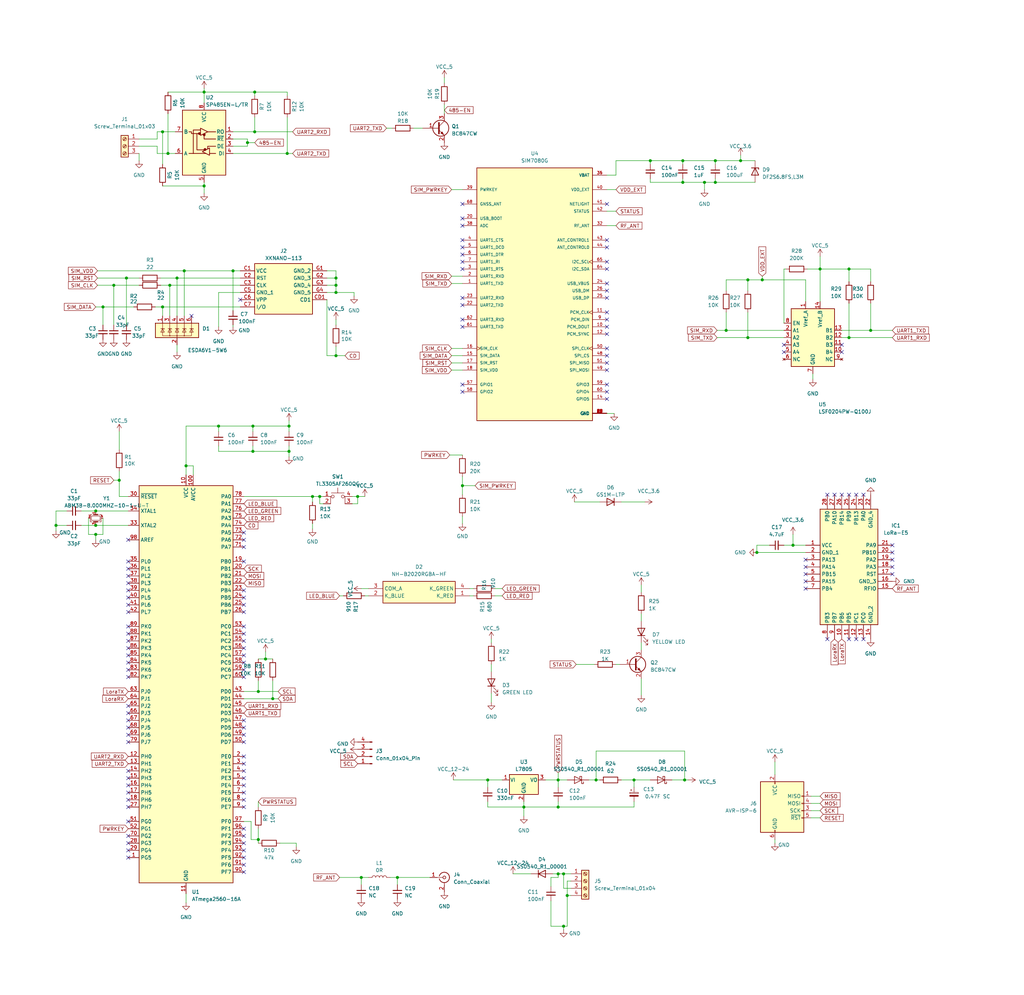
<source format=kicad_sch>
(kicad_sch (version 20230121) (generator eeschema)
  (paper "User" 359.994 350.012)
  (title_block (title "GSM Teknik - Modbus master") (date "2023-03-17") (company "GSM Teknik"))
  (junction (at 100.965 53.975))
  (junction (at 251.46 64.135))
  (junction (at 90.805 295.275))
  (junction (at 298.45 118.745))
  (junction (at 33.655 179.705))
  (junction (at 118.11 125.095))
  (junction (at 90.805 243.205))
  (junction (at 267.97 98.425))
  (junction (at 260.35 56.515))
  (junction (at 62.23 97.79))
  (junction (at 64.77 95.25))
  (junction (at 118.11 97.79))
  (junction (at 266.065 194.31))
  (junction (at 306.07 116.205))
  (junction (at 88.9 158.75))
  (junction (at 59.055 53.975))
  (junction (at 71.755 65.405))
  (junction (at 240.665 274.32))
  (junction (at 89.535 46.355))
  (junction (at 251.46 56.515))
  (junction (at 198.12 325.755))
  (junction (at 228.6 56.515))
  (junction (at 59.69 100.33))
  (junction (at 101.6 149.86))
  (junction (at 171.45 274.32))
  (junction (at 240.03 56.515))
  (junction (at 40.005 100.33))
  (junction (at 262.89 118.745))
  (junction (at 222.885 274.32))
  (junction (at 255.27 116.205))
  (junction (at 288.29 94.615))
  (junction (at 57.15 46.355))
  (junction (at 196.215 274.32))
  (junction (at 196.215 283.845))
  (junction (at 162.56 170.815))
  (junction (at 298.45 94.615))
  (junction (at 41.91 168.91))
  (junction (at 88.9 149.86))
  (junction (at 95.885 245.745))
  (junction (at 109.855 174.625))
  (junction (at 247.65 64.135))
  (junction (at 118.11 102.87))
  (junction (at 101.6 158.75))
  (junction (at 76.835 149.86))
  (junction (at 262.89 98.425))
  (junction (at 19.685 184.785))
  (junction (at 184.15 283.845))
  (junction (at 199.39 314.96))
  (junction (at 240.03 64.135))
  (junction (at 127 308.61))
  (junction (at 33.655 184.785))
  (junction (at 139.7 308.61))
  (junction (at 36.195 107.95))
  (junction (at 198.12 307.34))
  (junction (at 71.755 32.385))
  (junction (at 89.535 32.385))
  (junction (at 93.345 231.775))
  (junction (at 278.765 191.77))
  (junction (at 118.11 100.33))
  (junction (at 112.395 174.625))
  (junction (at 57.15 107.95))
  (junction (at 44.45 97.79))
  (junction (at 209.55 274.32))
  (junction (at 33.655 187.96))
  (junction (at 125.73 174.625))
  (junction (at 81.915 95.25))
  (junction (at 86.995 50.165))
  (junction (at 65.405 163.83))
  (junction (at 196.215 307.34))
  (no_connect (at 162.56 94.615))
  (no_connect (at 45.085 230.505))
  (no_connect (at 213.36 114.935))
  (no_connect (at 85.725 281.305))
  (no_connect (at 45.085 212.725))
  (no_connect (at 45.085 253.365))
  (no_connect (at 313.69 194.31))
  (no_connect (at 283.21 207.01))
  (no_connect (at 162.56 112.395))
  (no_connect (at 162.56 86.995))
  (no_connect (at 85.725 271.145))
  (no_connect (at 85.725 304.165))
  (no_connect (at 293.37 173.99))
  (no_connect (at 45.085 296.545))
  (no_connect (at 45.085 189.865))
  (no_connect (at 275.59 123.825))
  (no_connect (at 45.085 197.485))
  (no_connect (at 85.725 294.005))
  (no_connect (at 85.725 197.485))
  (no_connect (at 213.36 109.855))
  (no_connect (at 85.725 296.545))
  (no_connect (at 45.085 250.825))
  (no_connect (at 84.455 105.41))
  (no_connect (at 162.56 114.935))
  (no_connect (at 45.085 283.845))
  (no_connect (at 45.085 225.425))
  (no_connect (at 85.725 220.345))
  (no_connect (at 45.085 235.585))
  (no_connect (at 303.53 173.99))
  (no_connect (at 45.085 281.305))
  (no_connect (at 213.36 102.235))
  (no_connect (at 162.56 137.795))
  (no_connect (at 85.725 210.185))
  (no_connect (at 45.085 202.565))
  (no_connect (at 298.45 173.99))
  (no_connect (at 213.36 84.455))
  (no_connect (at 295.91 121.285))
  (no_connect (at 85.725 212.725))
  (no_connect (at 67.31 111.125))
  (no_connect (at 85.725 260.985))
  (no_connect (at 213.36 71.755))
  (no_connect (at 85.725 189.865))
  (no_connect (at 45.085 220.345))
  (no_connect (at 283.21 199.39))
  (no_connect (at 283.21 201.93))
  (no_connect (at 85.725 192.405))
  (no_connect (at 85.725 187.325))
  (no_connect (at 290.83 173.99))
  (no_connect (at 313.69 191.77))
  (no_connect (at 45.085 273.685))
  (no_connect (at 213.36 112.395))
  (no_connect (at 300.99 173.99))
  (no_connect (at 45.085 299.085))
  (no_connect (at 213.36 140.335))
  (no_connect (at 45.085 233.045))
  (no_connect (at 85.725 276.225))
  (no_connect (at 213.36 135.255))
  (no_connect (at 85.725 255.905))
  (no_connect (at 283.21 204.47))
  (no_connect (at 85.725 283.845))
  (no_connect (at 162.56 84.455))
  (no_connect (at 295.91 123.825))
  (no_connect (at 162.56 89.535))
  (no_connect (at 300.99 224.79))
  (no_connect (at 213.36 92.075))
  (no_connect (at 162.56 79.375))
  (no_connect (at 213.36 94.615))
  (no_connect (at 45.085 215.265))
  (no_connect (at 45.085 276.225))
  (no_connect (at 85.725 306.705))
  (no_connect (at 45.085 294.005))
  (no_connect (at 295.91 173.99))
  (no_connect (at 85.725 238.125))
  (no_connect (at 85.725 266.065))
  (no_connect (at 313.69 199.39))
  (no_connect (at 45.085 210.185))
  (no_connect (at 162.56 76.835))
  (no_connect (at 162.56 107.315))
  (no_connect (at 85.725 222.885))
  (no_connect (at 45.085 288.925))
  (no_connect (at 45.085 248.285))
  (no_connect (at 45.085 271.145))
  (no_connect (at 213.36 86.995))
  (no_connect (at 313.69 201.93))
  (no_connect (at 45.085 227.965))
  (no_connect (at 85.725 235.585))
  (no_connect (at 85.725 215.265))
  (no_connect (at 313.69 196.85))
  (no_connect (at 275.59 121.285))
  (no_connect (at 85.725 233.045))
  (no_connect (at 213.36 130.175))
  (no_connect (at 45.085 207.645))
  (no_connect (at 85.725 230.505))
  (no_connect (at 162.56 71.755))
  (no_connect (at 45.085 260.985))
  (no_connect (at 213.36 117.475))
  (no_connect (at 213.36 104.775))
  (no_connect (at 85.725 273.685))
  (no_connect (at 45.085 205.105))
  (no_connect (at 45.085 255.905))
  (no_connect (at 45.085 222.885))
  (no_connect (at 85.725 207.645))
  (no_connect (at 213.36 125.095))
  (no_connect (at 85.725 301.625))
  (no_connect (at 85.725 291.465))
  (no_connect (at 45.085 258.445))
  (no_connect (at 162.56 135.255))
  (no_connect (at 162.56 92.075))
  (no_connect (at 303.53 224.79))
  (no_connect (at 85.725 253.365))
  (no_connect (at 162.56 104.775))
  (no_connect (at 45.085 278.765))
  (no_connect (at 213.36 137.795))
  (no_connect (at 45.085 238.125))
  (no_connect (at 290.83 224.79))
  (no_connect (at 213.36 122.555))
  (no_connect (at 85.725 225.425))
  (no_connect (at 45.085 200.025))
  (no_connect (at 213.36 99.695))
  (no_connect (at 283.21 196.85))
  (no_connect (at 85.725 258.445))
  (no_connect (at 85.725 278.765))
  (no_connect (at 298.45 224.79))
  (no_connect (at 45.085 301.625))
  (no_connect (at 85.725 227.965))
  (no_connect (at 213.36 127.635))
  (no_connect (at 85.725 299.085))
  (no_connect (at 85.725 268.605))
  (wire (pts (xy 33.655 184.785) (xy 45.085 184.785)))
  (wire (pts (xy 129.54 209.55) (xy 128.27 209.55)))
  (wire (pts (xy 90.805 295.275) (xy 90.805 296.545)))
  (wire (pts (xy 251.46 56.515) (xy 251.46 57.785)))
  (wire (pts (xy 171.45 283.845) (xy 184.15 283.845)))
  (wire (pts (xy 139.7 308.61) (xy 151.13 308.61)))
  (wire (pts (xy 209.55 264.16) (xy 209.55 274.32)))
  (wire (pts (xy 40.005 168.91) (xy 41.91 168.91)))
  (wire (pts (xy 95.885 239.395) (xy 95.885 245.745)))
  (wire (pts (xy 255.27 116.205) (xy 275.59 116.205)))
  (wire (pts (xy 123.825 174.625) (xy 125.73 174.625)))
  (wire (pts (xy 171.45 281.94) (xy 171.45 283.845)))
  (wire (pts (xy 85.725 288.925) (xy 88.265 288.925)))
  (wire (pts (xy 19.685 179.705) (xy 19.685 184.785)))
  (wire (pts (xy 262.89 98.425) (xy 267.97 98.425)))
  (wire (pts (xy 34.29 97.79) (xy 44.45 97.79)))
  (wire (pts (xy 93.345 231.775) (xy 93.345 229.235)))
  (wire (pts (xy 240.03 62.865) (xy 240.03 64.135)))
  (wire (pts (xy 101.6 149.86) (xy 88.9 149.86)))
  (wire (pts (xy 55.245 53.975) (xy 55.245 51.435)))
  (wire (pts (xy 283.21 106.045) (xy 283.21 98.425)))
  (wire (pts (xy 272.415 267.97) (xy 272.415 272.415)))
  (wire (pts (xy 173.99 207.01) (xy 176.53 207.01)))
  (wire (pts (xy 114.935 95.25) (xy 118.11 95.25)))
  (wire (pts (xy 97.79 243.205) (xy 90.805 243.205)))
  (wire (pts (xy 180.34 307.34) (xy 186.69 307.34)))
  (wire (pts (xy 104.14 296.545) (xy 98.425 296.545)))
  (wire (pts (xy 166.37 209.55) (xy 165.1 209.55)))
  (wire (pts (xy 252.095 118.745) (xy 262.89 118.745)))
  (wire (pts (xy 172.72 224.79) (xy 172.72 226.06)))
  (wire (pts (xy 65.405 149.86) (xy 76.835 149.86)))
  (wire (pts (xy 158.115 160.02) (xy 162.56 160.02)))
  (wire (pts (xy 59.69 100.33) (xy 59.69 111.125)))
  (wire (pts (xy 33.655 179.705) (xy 45.085 179.705)))
  (wire (pts (xy 90.805 239.395) (xy 90.805 243.205)))
  (wire (pts (xy 81.915 48.895) (xy 86.995 48.895)))
  (wire (pts (xy 124.46 102.87) (xy 118.11 102.87)))
  (wire (pts (xy 283.845 94.615) (xy 288.29 94.615)))
  (wire (pts (xy 196.215 283.845) (xy 184.15 283.845)))
  (wire (pts (xy 240.665 274.32) (xy 240.665 264.16)))
  (wire (pts (xy 81.915 114.3) (xy 81.915 114.935)))
  (wire (pts (xy 196.215 283.845) (xy 222.885 283.845)))
  (wire (pts (xy 275.59 94.615) (xy 275.59 113.665)))
  (wire (pts (xy 216.535 61.595) (xy 216.535 56.515)))
  (wire (pts (xy 41.91 165.735) (xy 41.91 168.91)))
  (wire (pts (xy 222.885 274.32) (xy 222.885 276.86)))
  (wire (pts (xy 62.23 121.285) (xy 62.23 123.825)))
  (wire (pts (xy 76.835 102.87) (xy 76.835 114.935)))
  (wire (pts (xy 89.535 46.355) (xy 102.87 46.355)))
  (wire (pts (xy 57.15 65.405) (xy 71.755 65.405)))
  (wire (pts (xy 199.39 314.96) (xy 199.39 325.755)))
  (wire (pts (xy 28.575 184.785) (xy 33.655 184.785)))
  (wire (pts (xy 36.195 107.95) (xy 36.195 114.3)))
  (wire (pts (xy 120.65 209.55) (xy 119.38 209.55)))
  (wire (pts (xy 100.965 41.275) (xy 100.965 53.975)))
  (wire (pts (xy 46.99 107.95) (xy 36.195 107.95)))
  (wire (pts (xy 40.005 100.33) (xy 48.895 100.33)))
  (wire (pts (xy 57.15 46.355) (xy 55.245 46.355)))
  (wire (pts (xy 285.115 287.655) (xy 288.29 287.655)))
  (wire (pts (xy 158.75 99.695) (xy 162.56 99.695)))
  (wire (pts (xy 202.565 233.68) (xy 208.915 233.68)))
  (wire (pts (xy 112.395 174.625) (xy 113.665 174.625)))
  (wire (pts (xy 162.56 170.815) (xy 162.56 173.99)))
  (wire (pts (xy 95.885 245.745) (xy 85.725 245.745)))
  (wire (pts (xy 236.22 274.32) (xy 240.665 274.32)))
  (wire (pts (xy 62.23 97.79) (xy 84.455 97.79)))
  (wire (pts (xy 196.215 274.32) (xy 196.215 276.86)))
  (wire (pts (xy 81.915 95.25) (xy 81.915 109.22)))
  (wire (pts (xy 171.45 274.32) (xy 171.45 276.86)))
  (wire (pts (xy 36.195 107.95) (xy 33.655 107.95)))
  (wire (pts (xy 198.12 325.755) (xy 198.12 327.025)))
  (wire (pts (xy 298.45 118.745) (xy 313.69 118.745)))
  (wire (pts (xy 165.1 207.01) (xy 166.37 207.01)))
  (wire (pts (xy 76.835 156.845) (xy 76.835 158.75)))
  (wire (pts (xy 222.885 274.32) (xy 228.6 274.32)))
  (wire (pts (xy 145.415 45.085) (xy 148.59 45.085)))
  (wire (pts (xy 104.14 297.815) (xy 104.14 296.545)))
  (wire (pts (xy 125.73 177.165) (xy 125.73 174.625)))
  (wire (pts (xy 156.21 36.83) (xy 156.21 40.005)))
  (wire (pts (xy 41.91 174.625) (xy 45.085 174.625)))
  (wire (pts (xy 196.215 274.32) (xy 199.39 274.32)))
  (wire (pts (xy 216.535 74.295) (xy 213.36 74.295)))
  (wire (pts (xy 228.6 62.865) (xy 228.6 64.135)))
  (wire (pts (xy 86.995 50.165) (xy 86.995 51.435)))
  (wire (pts (xy 84.455 107.95) (xy 57.15 107.95)))
  (wire (pts (xy 127 308.61) (xy 119.38 308.61)))
  (wire (pts (xy 114.935 100.33) (xy 118.11 100.33)))
  (wire (pts (xy 86.995 50.165) (xy 89.535 50.165)))
  (wire (pts (xy 62.23 111.125) (xy 62.23 97.79)))
  (wire (pts (xy 56.515 97.79) (xy 62.23 97.79)))
  (wire (pts (xy 216.535 61.595) (xy 213.36 61.595)))
  (wire (pts (xy 121.285 125.095) (xy 118.11 125.095)))
  (wire (pts (xy 251.46 64.135) (xy 265.43 64.135)))
  (wire (pts (xy 262.89 118.745) (xy 275.59 118.745)))
  (wire (pts (xy 216.535 79.375) (xy 213.36 79.375)))
  (wire (pts (xy 114.935 97.79) (xy 118.11 97.79)))
  (wire (pts (xy 81.915 53.975) (xy 100.965 53.975)))
  (wire (pts (xy 55.245 51.435) (xy 48.895 51.435)))
  (wire (pts (xy 247.65 64.135) (xy 251.46 64.135)))
  (wire (pts (xy 101.6 158.75) (xy 101.6 160.655)))
  (wire (pts (xy 135.89 45.085) (xy 137.795 45.085)))
  (wire (pts (xy 225.425 226.06) (xy 225.425 228.6)))
  (wire (pts (xy 100.965 53.975) (xy 102.87 53.975)))
  (wire (pts (xy 88.265 295.275) (xy 88.265 288.925)))
  (wire (pts (xy 240.665 274.32) (xy 241.935 274.32)))
  (wire (pts (xy 199.39 325.755) (xy 198.12 325.755)))
  (wire (pts (xy 171.45 274.32) (xy 176.53 274.32)))
  (wire (pts (xy 76.835 158.75) (xy 88.9 158.75)))
  (wire (pts (xy 61.595 46.355) (xy 57.15 46.355)))
  (wire (pts (xy 118.11 121.92) (xy 118.11 125.095)))
  (wire (pts (xy 65.405 163.83) (xy 65.405 167.005)))
  (wire (pts (xy 88.9 158.75) (xy 101.6 158.75)))
  (wire (pts (xy 251.46 62.865) (xy 251.46 64.135)))
  (wire (pts (xy 112.395 177.165) (xy 112.395 174.625)))
  (wire (pts (xy 225.425 215.9) (xy 225.425 218.44)))
  (wire (pts (xy 298.45 94.615) (xy 288.29 94.615)))
  (wire (pts (xy 240.03 64.135) (xy 247.65 64.135)))
  (wire (pts (xy 95.885 231.775) (xy 93.345 231.775)))
  (wire (pts (xy 123.825 177.165) (xy 125.73 177.165)))
  (wire (pts (xy 266.065 191.77) (xy 270.51 191.77)))
  (wire (pts (xy 71.755 31.115) (xy 71.755 32.385)))
  (wire (pts (xy 88.9 156.845) (xy 88.9 158.75)))
  (wire (pts (xy 198.12 307.34) (xy 198.12 312.42)))
  (wire (pts (xy 118.11 95.25) (xy 118.11 97.79)))
  (wire (pts (xy 275.59 191.77) (xy 278.765 191.77)))
  (wire (pts (xy 275.59 94.615) (xy 276.225 94.615)))
  (wire (pts (xy 196.215 307.34) (xy 198.12 307.34)))
  (wire (pts (xy 118.11 125.095) (xy 114.935 125.095)))
  (wire (pts (xy 41.91 168.91) (xy 41.91 174.625)))
  (wire (pts (xy 64.77 95.25) (xy 64.77 111.125)))
  (wire (pts (xy 306.07 99.06) (xy 306.07 94.615)))
  (wire (pts (xy 247.65 64.135) (xy 247.65 66.675)))
  (wire (pts (xy 36.195 187.96) (xy 33.655 187.96)))
  (wire (pts (xy 158.75 130.175) (xy 162.56 130.175)))
  (wire (pts (xy 252.095 116.205) (xy 255.27 116.205)))
  (wire (pts (xy 218.44 176.53) (xy 226.695 176.53)))
  (wire (pts (xy 198.12 307.34) (xy 200.66 307.34)))
  (wire (pts (xy 267.97 98.425) (xy 283.21 98.425)))
  (wire (pts (xy 81.915 51.435) (xy 86.995 51.435)))
  (wire (pts (xy 34.29 100.33) (xy 40.005 100.33)))
  (wire (pts (xy 199.39 309.88) (xy 200.66 309.88)))
  (wire (pts (xy 222.885 281.94) (xy 222.885 283.845)))
  (wire (pts (xy 55.245 46.355) (xy 55.245 48.895)))
  (wire (pts (xy 65.405 149.86) (xy 65.405 163.83)))
  (wire (pts (xy 31.115 182.245) (xy 31.115 187.96)))
  (wire (pts (xy 19.685 184.785) (xy 19.685 186.69)))
  (wire (pts (xy 298.45 99.06) (xy 298.45 94.615)))
  (wire (pts (xy 251.46 56.515) (xy 260.35 56.515)))
  (wire (pts (xy 48.895 48.895) (xy 55.245 48.895)))
  (wire (pts (xy 76.835 149.86) (xy 88.9 149.86)))
  (wire (pts (xy 65.405 163.83) (xy 67.945 163.83)))
  (wire (pts (xy 207.01 274.32) (xy 209.55 274.32)))
  (wire (pts (xy 31.115 187.96) (xy 33.655 187.96)))
  (wire (pts (xy 158.75 122.555) (xy 162.56 122.555)))
  (wire (pts (xy 127 311.15) (xy 127 308.61)))
  (wire (pts (xy 266.065 194.31) (xy 283.21 194.31)))
  (wire (pts (xy 285.115 280.035) (xy 288.29 280.035)))
  (wire (pts (xy 71.755 32.385) (xy 89.535 32.385)))
  (wire (pts (xy 260.35 56.515) (xy 265.43 56.515)))
  (wire (pts (xy 288.29 94.615) (xy 288.29 106.045)))
  (wire (pts (xy 288.29 90.17) (xy 288.29 94.615)))
  (wire (pts (xy 61.595 53.975) (xy 59.055 53.975)))
  (wire (pts (xy 162.56 167.64) (xy 162.56 170.815)))
  (wire (pts (xy 266.065 194.31) (xy 266.065 191.77)))
  (wire (pts (xy 33.655 187.96) (xy 33.655 189.865)))
  (wire (pts (xy 201.93 176.53) (xy 210.82 176.53)))
  (wire (pts (xy 158.75 97.155) (xy 162.56 97.155)))
  (wire (pts (xy 216.535 233.68) (xy 217.805 233.68)))
  (wire (pts (xy 184.15 283.845) (xy 184.15 287.02)))
  (wire (pts (xy 255.27 102.235) (xy 255.27 98.425)))
  (wire (pts (xy 306.07 106.68) (xy 306.07 116.205)))
  (wire (pts (xy 193.675 316.865) (xy 193.675 325.755)))
  (wire (pts (xy 285.115 285.115) (xy 288.29 285.115)))
  (wire (pts (xy 23.495 179.705) (xy 19.685 179.705)))
  (wire (pts (xy 255.27 98.425) (xy 262.89 98.425)))
  (wire (pts (xy 240.03 56.515) (xy 240.03 57.785)))
  (wire (pts (xy 283.21 191.77) (xy 278.765 191.77)))
  (wire (pts (xy 23.495 184.785) (xy 19.685 184.785)))
  (wire (pts (xy 196.215 281.94) (xy 196.215 283.845)))
  (wire (pts (xy 118.11 97.79) (xy 118.11 100.33)))
  (wire (pts (xy 194.31 307.34) (xy 196.215 307.34)))
  (wire (pts (xy 100.965 32.385) (xy 89.535 32.385)))
  (wire (pts (xy 159.385 274.32) (xy 171.45 274.32)))
  (wire (pts (xy 118.11 100.33) (xy 118.11 102.87)))
  (wire (pts (xy 193.675 325.755) (xy 198.12 325.755)))
  (wire (pts (xy 200.66 314.96) (xy 199.39 314.96)))
  (wire (pts (xy 218.44 274.32) (xy 222.885 274.32)))
  (wire (pts (xy 216.535 56.515) (xy 228.6 56.515)))
  (wire (pts (xy 193.675 308.61) (xy 196.215 308.61)))
  (wire (pts (xy 158.75 66.675) (xy 162.56 66.675)))
  (wire (pts (xy 114.935 102.87) (xy 118.11 102.87)))
  (wire (pts (xy 84.455 102.87) (xy 76.835 102.87)))
  (wire (pts (xy 48.895 53.975) (xy 48.895 56.515)))
  (wire (pts (xy 172.72 233.68) (xy 172.72 236.22)))
  (wire (pts (xy 57.15 107.95) (xy 57.15 111.125)))
  (wire (pts (xy 162.56 181.61) (xy 162.56 184.15)))
  (wire (pts (xy 59.69 100.33) (xy 84.455 100.33)))
  (wire (pts (xy 101.6 149.86) (xy 101.6 151.765)))
  (wire (pts (xy 40.005 100.33) (xy 40.005 114.3)))
  (wire (pts (xy 90.805 243.205) (xy 85.725 243.205)))
  (wire (pts (xy 240.665 264.16) (xy 209.55 264.16)))
  (wire (pts (xy 109.855 184.15) (xy 109.855 186.055)))
  (wire (pts (xy 28.575 179.705) (xy 33.655 179.705)))
  (wire (pts (xy 71.755 65.405) (xy 71.755 67.945)))
  (wire (pts (xy 240.03 56.515) (xy 251.46 56.515)))
  (wire (pts (xy 88.9 149.86) (xy 88.9 151.765)))
  (wire (pts (xy 113.665 177.165) (xy 112.395 177.165)))
  (wire (pts (xy 158.75 125.095) (xy 162.56 125.095)))
  (wire (pts (xy 89.535 41.275) (xy 89.535 46.355)))
  (wire (pts (xy 193.675 311.785) (xy 193.675 308.61)))
  (wire (pts (xy 114.935 125.095) (xy 114.935 105.41)))
  (wire (pts (xy 262.89 98.425) (xy 262.89 102.235)))
  (wire (pts (xy 81.915 46.355) (xy 89.535 46.355)))
  (wire (pts (xy 298.45 106.68) (xy 298.45 118.745)))
  (wire (pts (xy 262.89 109.855) (xy 262.89 118.745)))
  (wire (pts (xy 109.855 174.625) (xy 109.855 176.53)))
  (wire (pts (xy 127 207.01) (xy 129.54 207.01)))
  (wire (pts (xy 101.6 147.955) (xy 101.6 149.86)))
  (wire (pts (xy 124.46 102.87) (xy 124.46 104.14)))
  (wire (pts (xy 44.45 97.79) (xy 48.895 97.79)))
  (wire (pts (xy 109.855 174.625) (xy 112.395 174.625)))
  (wire (pts (xy 125.73 174.625) (xy 128.27 174.625)))
  (wire (pts (xy 76.835 149.86) (xy 76.835 151.765)))
  (wire (pts (xy 228.6 56.515) (xy 228.6 57.785)))
  (wire (pts (xy 67.945 163.83) (xy 67.945 167.005)))
  (wire (pts (xy 85.725 174.625) (xy 109.855 174.625)))
  (wire (pts (xy 64.77 95.25) (xy 81.915 95.25)))
  (wire (pts (xy 57.15 46.355) (xy 57.15 57.785)))
  (wire (pts (xy 90.805 281.94) (xy 90.805 283.845)))
  (wire (pts (xy 162.56 170.815) (xy 167.005 170.815)))
  (wire (pts (xy 228.6 64.135) (xy 240.03 64.135)))
  (wire (pts (xy 295.91 116.205) (xy 306.07 116.205)))
  (wire (pts (xy 285.75 131.445) (xy 285.75 133.35)))
  (wire (pts (xy 89.535 32.385) (xy 89.535 33.655)))
  (wire (pts (xy 260.35 54.61) (xy 260.35 56.515)))
  (wire (pts (xy 306.07 94.615) (xy 298.45 94.615)))
  (wire (pts (xy 139.7 308.61) (xy 139.7 311.15)))
  (wire (pts (xy 71.755 32.385) (xy 71.755 36.195)))
  (wire (pts (xy 295.91 118.745) (xy 298.45 118.745)))
  (wire (pts (xy 158.75 127.635) (xy 162.56 127.635)))
  (wire (pts (xy 44.45 97.79) (xy 44.45 114.3)))
  (wire (pts (xy 198.12 312.42) (xy 200.66 312.42)))
  (wire (pts (xy 127 308.61) (xy 129.54 308.61)))
  (wire (pts (xy 118.11 112.395) (xy 118.11 114.3)))
  (wire (pts (xy 59.055 40.005) (xy 59.055 53.975)))
  (wire (pts (xy 267.97 97.155) (xy 267.97 98.425)))
  (wire (pts (xy 228.6 56.515) (xy 240.03 56.515)))
  (wire (pts (xy 216.535 66.675) (xy 213.36 66.675)))
  (wire (pts (xy 209.55 274.32) (xy 210.82 274.32)))
  (wire (pts (xy 137.16 308.61) (xy 139.7 308.61)))
  (wire (pts (xy 196.215 271.78) (xy 196.215 274.32)))
  (wire (pts (xy 100.965 33.655) (xy 100.965 32.385)))
  (wire (pts (xy 215.9 145.415) (xy 213.36 145.415)))
  (wire (pts (xy 101.6 156.845) (xy 101.6 158.75)))
  (wire (pts (xy 57.15 107.95) (xy 54.61 107.95)))
  (wire (pts (xy 225.425 238.76) (xy 225.425 244.475)))
  (wire (pts (xy 196.215 308.61) (xy 196.215 307.34)))
  (wire (pts (xy 278.765 191.77) (xy 278.765 187.96)))
  (wire (pts (xy 173.99 209.55) (xy 176.53 209.55)))
  (wire (pts (xy 65.405 314.325) (xy 65.405 317.5)))
  (wire (pts (xy 184.15 281.94) (xy 184.15 283.845)))
  (wire (pts (xy 41.91 151.765) (xy 41.91 158.115)))
  (wire (pts (xy 306.07 116.205) (xy 313.69 116.205)))
  (wire (pts (xy 172.72 243.84) (xy 172.72 247.015)))
  (wire (pts (xy 156.21 27.305) (xy 156.21 29.21)))
  (wire (pts (xy 90.805 291.465) (xy 90.805 295.275)))
  (wire (pts (xy 255.27 109.855) (xy 255.27 116.205)))
  (wire (pts (xy 71.755 64.135) (xy 71.755 65.405)))
  (wire (pts (xy 59.055 53.975) (xy 55.245 53.975)))
  (wire (pts (xy 90.805 231.775) (xy 93.345 231.775)))
  (wire (pts (xy 285.115 282.575) (xy 288.29 282.575)))
  (wire (pts (xy 36.195 182.245) (xy 36.195 187.96)))
  (wire (pts (xy 191.77 274.32) (xy 196.215 274.32)))
  (wire (pts (xy 86.995 48.895) (xy 86.995 50.165)))
  (wire (pts (xy 199.39 314.96) (xy 199.39 309.88)))
  (wire (pts (xy 97.79 245.745) (xy 95.885 245.745)))
  (wire (pts (xy 56.515 100.33) (xy 59.69 100.33)))
  (wire (pts (xy 90.805 295.275) (xy 88.265 295.275)))
  (wire (pts (xy 59.055 32.385) (xy 71.755 32.385)))
  (wire (pts (xy 225.425 205.74) (xy 225.425 208.28)))
  (wire (pts (xy 34.29 95.25) (xy 64.77 95.25)))
  (wire (pts (xy 272.415 295.275) (xy 272.415 296.545)))
  (wire (pts (xy 81.915 95.25) (xy 84.455 95.25)))
  (global_label "SIM_VDD" (shape input) (at 34.29 95.25 180) (property "Intersheetrefs" "${INTERSHEET_REFS}" (effects hide)))
  (global_label "MISO" (shape input) (at 288.29 280.035 0) (property "Intersheetrefs" "${INTERSHEET_REFS}" (effects hide)))
  (global_label "UART1_RXD" (shape input) (at 85.725 248.285 0) (property "Intersheetrefs" "${INTERSHEET_REFS}" (effects hide)))
  (global_label "LED_GREEN" (shape input) (at 85.725 179.705 0) (property "Intersheetrefs" "${INTERSHEET_REFS}" (effects hide)))
  (global_label "SDA" (shape input) (at 125.73 266.065 180) (property "Intersheetrefs" "${INTERSHEET_REFS}" (effects hide)))
  (global_label "PWRSTATUS" (shape input) (at 90.805 281.94 0) (property "Intersheetrefs" "${INTERSHEET_REFS}" (effects hide)))
  (global_label "RF_ANT" (shape input) (at 119.38 308.61 180) (property "Intersheetrefs" "${INTERSHEET_REFS}" (effects hide)))
  (global_label "UART2_TXD" (shape input) (at 102.87 53.975 0) (property "Intersheetrefs" "${INTERSHEET_REFS}" (effects hide)))
  (global_label "PWRKEY" (shape input) (at 45.085 291.465 180) (property "Intersheetrefs" "${INTERSHEET_REFS}" (effects hide)))
  (global_label "SIM_RST" (shape input) (at 34.29 97.79 180) (property "Intersheetrefs" "${INTERSHEET_REFS}" (effects hide)))
  (global_label "RESET" (shape input) (at 288.29 287.655 0) (property "Intersheetrefs" "${INTERSHEET_REFS}" (effects hide)))
  (global_label "UART2_RXD" (shape input) (at 45.085 266.065 180) (property "Intersheetrefs" "${INTERSHEET_REFS}" (effects hide)))
  (global_label "LoraTX" (shape input) (at 45.085 243.205 180) (property "Intersheetrefs" "${INTERSHEET_REFS}" (effects hide)))
  (global_label "LED_BLUE" (shape input) (at 85.725 177.165 0) (property "Intersheetrefs" "${INTERSHEET_REFS}" (effects hide)))
  (global_label "LoraRX" (shape input) (at 45.085 245.745 180) (property "Intersheetrefs" "${INTERSHEET_REFS}" (effects hide)))
  (global_label "RF_ANT" (shape input) (at 313.69 207.01 0) (property "Intersheetrefs" "${INTERSHEET_REFS}" (effects hide)))
  (global_label "SIM_VDD" (shape input) (at 158.75 130.175 180) (property "Intersheetrefs" "${INTERSHEET_REFS}" (effects hide)))
  (global_label "SIM_CLK" (shape input) (at 34.29 100.33 180) (property "Intersheetrefs" "${INTERSHEET_REFS}" (effects hide)))
  (global_label "LED_BLUE" (shape input) (at 119.38 209.55 180) (property "Intersheetrefs" "${INTERSHEET_REFS}" (effects hide)))
  (global_label "PWRSTATUS" (shape input) (at 196.215 271.78 90) (property "Intersheetrefs" "${INTERSHEET_REFS}" (effects hide)))
  (global_label "UART1_TXD" (shape input) (at 313.69 116.205 0) (property "Intersheetrefs" "${INTERSHEET_REFS}" (effects hide)))
  (global_label "SIM_TXD" (shape input) (at 158.75 99.695 180) (property "Intersheetrefs" "${INTERSHEET_REFS}" (effects hide)))
  (global_label "CD" (shape input) (at 121.285 125.095 0) (property "Intersheetrefs" "${INTERSHEET_REFS}" (effects hide)))
  (global_label "STATUS" (shape input) (at 216.535 74.295 0) (property "Intersheetrefs" "${INTERSHEET_REFS}" (effects hide)))
  (global_label "LED_RED" (shape input) (at 85.725 182.245 0) (property "Intersheetrefs" "${INTERSHEET_REFS}" (effects hide)))
  (global_label "UART1_TXD" (shape input) (at 85.725 250.825 0) (property "Intersheetrefs" "${INTERSHEET_REFS}" (effects hide)))
  (global_label "CD" (shape input) (at 85.725 184.785 0) (property "Intersheetrefs" "${INTERSHEET_REFS}" (effects hide)))
  (global_label "VDD_EXT" (shape input) (at 267.97 97.155 90) (property "Intersheetrefs" "${INTERSHEET_REFS}" (effects hide)))
  (global_label "SIM_RST" (shape input) (at 158.75 127.635 180) (property "Intersheetrefs" "${INTERSHEET_REFS}" (effects hide)))
  (global_label "SCL" (shape input) (at 125.73 268.605 180) (property "Intersheetrefs" "${INTERSHEET_REFS}" (effects hide)))
  (global_label "SDA" (shape input) (at 97.79 245.745 0) (property "Intersheetrefs" "${INTERSHEET_REFS}" (effects hide)))
  (global_label "UART2_RXD" (shape input) (at 102.87 46.355 0) (property "Intersheetrefs" "${INTERSHEET_REFS}" (effects hide)))
  (global_label "SIM_PWRKEY" (shape input) (at 158.75 66.675 180) (property "Intersheetrefs" "${INTERSHEET_REFS}" (effects hide)))
  (global_label "MOSI" (shape input) (at 288.29 282.575 0) (property "Intersheetrefs" "${INTERSHEET_REFS}" (effects hide)))
  (global_label "485-EN" (shape input) (at 89.535 50.165 0) (property "Intersheetrefs" "${INTERSHEET_REFS}" (effects hide)))
  (global_label "SIM_RXD" (shape input) (at 158.75 97.155 180) (property "Intersheetrefs" "${INTERSHEET_REFS}" (effects hide)))
  (global_label "485-EN" (shape input) (at 156.21 38.735 0) (property "Intersheetrefs" "${INTERSHEET_REFS}" (effects hide)))
  (global_label "LoraRX" (shape input) (at 293.37 224.79 270) (property "Intersheetrefs" "${INTERSHEET_REFS}" (effects hide)))
  (global_label "SIM_DATA" (shape input) (at 158.75 125.095 180) (property "Intersheetrefs" "${INTERSHEET_REFS}" (effects hide)))
  (global_label "UART2_TXD" (shape input) (at 135.89 45.085 180) (property "Intersheetrefs" "${INTERSHEET_REFS}" (effects hide)))
  (global_label "MOSI" (shape input) (at 85.725 202.565 0) (property "Intersheetrefs" "${INTERSHEET_REFS}" (effects hide)))
  (global_label "UART1_RXD" (shape input) (at 313.69 118.745 0) (property "Intersheetrefs" "${INTERSHEET_REFS}" (effects hide)))
  (global_label "VDD_EXT" (shape input) (at 216.535 66.675 0) (property "Intersheetrefs" "${INTERSHEET_REFS}" (effects hide)))
  (global_label "LoraTX" (shape input) (at 295.91 224.79 270) (property "Intersheetrefs" "${INTERSHEET_REFS}" (effects hide)))
  (global_label "SIM_RXD" (shape input) (at 252.095 116.205 180) (property "Intersheetrefs" "${INTERSHEET_REFS}" (effects hide)))
  (global_label "SCK" (shape input) (at 288.29 285.115 0) (property "Intersheetrefs" "${INTERSHEET_REFS}" (effects hide)))
  (global_label "SIM_TXD" (shape input) (at 252.095 118.745 180) (property "Intersheetrefs" "${INTERSHEET_REFS}" (effects hide)))
  (global_label "UART2_TXD" (shape input) (at 45.085 268.605 180) (property "Intersheetrefs" "${INTERSHEET_REFS}" (effects hide)))
  (global_label "RF_ANT" (shape input) (at 216.535 79.375 0) (property "Intersheetrefs" "${INTERSHEET_REFS}" (effects hide)))
  (global_label "RESET" (shape input) (at 40.005 168.91 180) (property "Intersheetrefs" "${INTERSHEET_REFS}" (effects hide)))
  (global_label "MISO" (shape input) (at 85.725 205.105 0) (property "Intersheetrefs" "${INTERSHEET_REFS}" (effects hide)))
  (global_label "SIM_CLK" (shape input) (at 158.75 122.555 180) (property "Intersheetrefs" "${INTERSHEET_REFS}" (effects hide)))
  (global_label "SCK" (shape input) (at 85.725 200.025 0) (property "Intersheetrefs" "${INTERSHEET_REFS}" (effects hide)))
  (global_label "STATUS" (shape input) (at 202.565 233.68 180) (property "Intersheetrefs" "${INTERSHEET_REFS}" (effects hide)))
  (global_label "SIM_PWRKEY" (shape input) (at 167.005 170.815 0) (property "Intersheetrefs" "${INTERSHEET_REFS}" (effects hide)))
  (global_label "LED_RED" (shape input) (at 176.53 209.55 0) (property "Intersheetrefs" "${INTERSHEET_REFS}" (effects hide)))
  (global_label "LED_GREEN" (shape input) (at 176.53 207.01 0) (property "Intersheetrefs" "${INTERSHEET_REFS}" (effects hide)))
  (global_label "SCL" (shape input) (at 97.79 243.205 0) (property "Intersheetrefs" "${INTERSHEET_REFS}" (effects hide)))
  (global_label "SIM_DATA" (shape input) (at 33.655 107.95 180) (property "Intersheetrefs" "${INTERSHEET_REFS}" (effects hide)))
  (global_label "PWRKEY" (shape input) (at 158.115 160.02 180) (property "Intersheetrefs" "${INTERSHEET_REFS}" (effects hide)))
  (symbol (lib_id "Device:R") (at 59.055 36.195 0) (mirror x) (unit 1)
    (property "Reference" "R6" (at 61.595 36.195 90))
    (property "Value" "10K" (at 64.135 36.195 90))
    (property "Footprint" "Resistor_SMD:R_0402_1005Metric" (effects hide))
    (property "Datasheet" "https://www.mouser.dk/datasheet/2/447/PYu_RC_Group_51_RoHS_L_11-1984063.pdf" (effects hide))
    (property "Manufacturer_Name" "YAGEO" (effects hide))
    (property "Manufacturer_Part_Number" "RC0402FR-7W10KL" (effects hide))
    (property "Mouser Price/Stock" "0,001" (effects hide))
    (property "JLCPART#" "C25744" (effects hide))
  )
  (symbol (lib_id "Diode:PMEG1020EH") (at 232.41 274.32 180) (unit 1)
    (property "Reference" "D8" (at 232.7275 267.97 0))
    (property "Value" "SS0540_R1_00001" (at 232.7275 270.51 0))
    (property "Footprint" "Diode_SMD:D_SOD-123" (effects hide))
    (property "Datasheet" "https://www.mouser.dk/datasheet/2/1057/SS0520_SERIES-1877120.pdf" (effects hide))
    (property "Manufacturer_Name" "Panjit" (effects hide))
    (property "Manufacturer_Part_Number" "SS0540_R1_00001" (effects hide))
    (property "Mouser Price/Stock" "0,254" (effects hide))
    (property "JLCPART#" "C282388" (effects hide))
  )
  (symbol (lib_id "Device:R") (at 95.885 235.585 0) (mirror y) (unit 1)
    (property "Reference" "R11" (at 93.345 234.3149 0) (effects (justify left)))
    (property "Value" "10K" (at 93.345 236.8549 0) (effects (justify left)))
    (property "Footprint" "Resistor_SMD:R_0402_1005Metric" (effects hide))
    (property "Datasheet" "https://www.mouser.dk/datasheet/2/447/PYu_RC_Group_51_RoHS_L_11-1984063.pdf" (effects hide))
    (property "Manufacturer_Name" "YAGEO" (effects hide))
    (property "Manufacturer_Part_Number" "RC0402FR-7W10KL" (effects hide))
    (property "Mouser Price/Stock" "0,001" (effects hide))
    (property "JLCPART#" "C25744" (effects hide))
  )
  (symbol (lib_id "Device:C_Small") (at 196.215 279.4 0) (unit 1)
    (property "Reference" "C12" (at 200.025 278.13 0) (effects (justify left)))
    (property "Value" "100nF" (at 200.025 280.67 0) (effects (justify left)))
    (property "Footprint" "Capacitor_SMD:C_0402_1005Metric" (effects hide))
    (property "Datasheet" "https://product.tdk.com/system/files/dam/doc/product/capacitor/ceramic/mlcc/catalog/mlcc_commercial_general_en.pdf" (effects hide))
    (property "Manufacturer_Name" "TDK" (effects hide))
    (property "Manufacturer_Part_Number" "C1005X7R1C104K050BC" (effects hide))
    (property "Mouser Price/Stock" "0,094" (effects hide))
    (property "JLCPART#" "C56392" (effects hide))
  )
  (symbol (lib_id "power:GND") (at 162.56 184.15 0) (unit 1)
    (property "Reference" "#PWR029" (effects hide))
    (property "Value" "GND" (at 162.56 188.595 0))
  )
  (symbol (lib_id "Connector:Conn_Coaxial") (at 156.21 308.61 0) (unit 1)
    (property "Reference" "J4" (at 159.385 307.6331 0) (effects (justify left)))
    (property "Value" "Conn_Coaxial" (at 159.385 310.1731 0) (effects (justify left)))
    (property "Footprint" "Connector_Coaxial:U.FL_Hirose_U.FL-R-SMT-1_Vertical" (effects hide))
    (property "Datasheet" "https://www.mouser.dk/datasheet/2/185/HIROS08829_1-2549389.pdf" (effects hide))
    (property "Manufacturer_Name" "Hirose Connector" (effects hide))
    (property "Manufacturer_Part_Number" "U.FL-R-SMT-1(10)" (effects hide))
    (property "Mouser Price/Stock" "1,18" (effects hide))
    (property "JLCPART#" "C434808" (effects hide))
  )
  (symbol (lib_id "power:GND") (at 62.23 123.825 0) (unit 1)
    (property "Reference" "#PWR08" (effects hide))
    (property "Value" "GND" (at 62.23 128.905 0))
  )
  (symbol (lib_id "power:GND") (at 44.45 119.38 0) (unit 1)
    (property "Reference" "#PWR06" (effects hide))
    (property "Value" "GND" (at 44.45 124.46 0))
  )
  (symbol (lib_id "Device:C_Small") (at 101.6 154.305 0) (unit 1)
    (property "Reference" "C9" (at 104.14 153.0412 0) (effects (justify left)))
    (property "Value" "100nF" (at 104.14 155.5812 0) (effects (justify left)))
    (property "Footprint" "Capacitor_SMD:C_0402_1005Metric" (effects hide))
    (property "Datasheet" "https://product.tdk.com/system/files/dam/doc/product/capacitor/ceramic/mlcc/catalog/mlcc_commercial_general_en.pdf" (effects hide))
    (property "Manufacturer_Name" "TDK" (effects hide))
    (property "Manufacturer_Part_Number" "C1005X7R1C104K050BC" (effects hide))
    (property "Mouser Price/Stock" "0,094" (effects hide))
    (property "JLCPART#" "C56392" (effects hide))
  )
  (symbol (lib_id "power:GND") (at 36.195 119.38 0) (unit 1)
    (property "Reference" "#PWR03" (effects hide))
    (property "Value" "GND" (at 36.195 124.46 0))
  )
  (symbol (lib_name "VCC_2") (lib_id "power:VCC") (at 101.6 147.955 0) (unit 1)
    (property "Reference" "#PWR015" (effects hide))
    (property "Value" "+5V" (at 101.6 144.145 0))
  )
  (symbol (lib_id "Connector:AVR-ISP-6") (at 274.955 285.115 0) (unit 1)
    (property "Reference" "J6" (at 266.065 282.5749 0) (effects (justify right)))
    (property "Value" "AVR-ISP-6" (at 266.065 285.1149 0) (effects (justify right)))
    (property "Footprint" "Connector_PinHeader_2.54mm:PinHeader_2x03_P2.54mm_Vertical" (effects hide))
    (property "Datasheet" "https://cdn.amphenol-cs.com/media/wysiwyg/files/documentation/datasheet/boardwiretoboard/bwb_bergstik.pdf" (effects hide))
    (property "Manufacturer_Name" "Amphenol FCI" (effects hide))
    (property "Manufacturer_Part_Number" "54102-T06-00" (effects hide))
    (property "Mouser Price/Stock" "0,094" (effects hide))
  )
  (symbol (lib_id "power:GND") (at 156.21 313.69 0) (unit 1)
    (property "Reference" "#PWR025" (effects hide))
    (property "Value" "GND" (at 156.21 318.77 0))
  )
  (symbol (lib_id "Device:R") (at 90.805 287.655 0) (mirror x) (unit 1)
    (property "Reference" "R9" (at 93.345 287.655 90))
    (property "Value" "10K" (at 95.885 287.655 90))
    (property "Footprint" "Resistor_SMD:R_0402_1005Metric" (effects hide))
    (property "Datasheet" "https://www.mouser.dk/datasheet/2/447/PYu_RC_Group_51_RoHS_L_11-1984063.pdf" (effects hide))
    (property "Manufacturer_Name" "YAGEO" (effects hide))
    (property "Manufacturer_Part_Number" "RC0402FR-7W10KL" (effects hide))
    (property "Mouser Price/Stock" "0,001" (effects hide))
    (property "JLCPART#" "C25744" (effects hide))
  )
  (symbol (lib_id "Interface_UART:MAX485E") (at 71.755 48.895 0) (mirror y) (unit 1)
    (property "Reference" "U2" (at 72.3391 34.29 0) (effects (justify right)))
    (property "Value" "SP485EN-L/TR" (at 72.3391 36.83 0) (effects (justify right)))
    (property "Footprint" "Package_SO:SOIC-8_3.9x4.9mm_P1.27mm" (effects hide))
    (property "Datasheet" "https://www.mouser.dk/datasheet/2/146/sp483-sp485-1816424.pdf" (effects hide))
    (property "Manufacturer_Name" "MaxLinear" (effects hide))
    (property "Manufacturer_Part_Number" "SP485EN-L/TR" (effects hide))
    (property "Mouser Price/Stock" "0,968" (effects hide))
    (property "JLCPART#" "C6855" (effects hide))
  )
  (symbol (lib_id "power:GND") (at 71.755 67.945 0) (mirror y) (unit 1)
    (property "Reference" "#PWR011" (effects hide))
    (property "Value" "GND" (at 71.755 73.025 0))
  )
  (symbol (lib_name "VCC_2") (lib_id "power:VCC") (at 71.755 31.115 0) (unit 1)
    (property "Reference" "#PWR010" (effects hide))
    (property "Value" "+5V" (at 71.755 27.305 0))
  )
  (symbol (lib_id "power:GND") (at 48.895 56.515 0) (mirror y) (unit 1)
    (property "Reference" "#PWR07" (effects hide))
    (property "Value" "GND" (at 48.895 61.595 0))
  )
  (symbol (lib_id "Device:C_Small") (at 171.45 279.4 0) (unit 1)
    (property "Reference" "C10" (at 174.625 278.1362 0) (effects (justify left)))
    (property "Value" "330nF" (at 174.625 280.6762 0) (effects (justify left)))
    (property "Footprint" "Capacitor_SMD:C_0805_2012Metric" (effects hide))
    (property "Datasheet" "https://www.mouser.dk/datasheet/2/585/MLCC-1837944.pdf" (effects hide))
    (property "Manufacturer_Name" "Samsung Electro-Mechanics" (effects hide))
    (property "Manufacturer_Part_Number" "CL21B334KBFNNNG" (effects hide))
    (property "Mouser Price/Stock" "0,094" (effects hide))
    (property "JLCPART#" "C161258" (effects hide))
  )
  (symbol (lib_id "Device:R") (at 280.035 94.615 90) (mirror x) (unit 1)
    (property "Reference" "R28" (at 280.035 88.265 90))
    (property "Value" "200K" (at 280.035 90.805 90))
    (property "Footprint" "Resistor_SMD:R_0402_1005Metric" (effects hide))
    (property "Datasheet" "https://www.mouser.dk/datasheet/2/1365/1-3044649.pdf" (effects hide))
    (property "Manufacturer_Name" "Royalohm" (effects hide))
    (property "Manufacturer_Part_Number" "0402WGF2003TCE" (effects hide))
    (property "Mouser Price/Stock" "0,004" (effects hide))
    (property "JLCPART#" "C25764" (effects hide))
  )
  (symbol (lib_name "VCC_2") (lib_id "power:VCC") (at 118.11 112.395 0) (unit 1)
    (property "Reference" "#PWR019" (effects hide))
    (property "Value" "+5V" (at 118.11 108.585 0))
  )
  (symbol (lib_id "Device:R") (at 118.11 118.11 0) (unit 1)
    (property "Reference" "R14" (at 119.888 116.9416 0) (effects (justify left)))
    (property "Value" "10K" (at 119.888 119.253 0) (effects (justify left)))
    (property "Footprint" "Resistor_SMD:R_0402_1005Metric" (effects hide))
    (property "Datasheet" "https://www.mouser.dk/datasheet/2/447/PYu_RC_Group_51_RoHS_L_11-1984063.pdf" (effects hide))
    (property "Manufacturer_Name" "YAGEO" (effects hide))
    (property "Manufacturer_Part_Number" "RC0402FR-7W10KL" (effects hide))
    (property "Mouser Price/Stock" "0,001" (effects hide))
    (property "JLCPART#" "C25744" (effects hide))
  )
  (symbol (lib_id "power:GND") (at 33.655 189.865 0) (unit 1)
    (property "Reference" "#PWR02" (effects hide))
    (property "Value" "GND" (at 36.83 190.5 0))
  )
  (symbol (lib_id "SamacSys_Parts:LoRa-E5") (at 283.21 191.77 0) (unit 1)
    (property "Reference" "IC1" (at 314.96 184.8419 0))
    (property "Value" "LoRa-E5" (at 314.96 187.3819 0))
    (property "Footprint" "LoRaE5" (effects hide))
    (property "Datasheet" "https://no.mouser.com/datasheet/2/744/LoRa_E5_module_datasheet_V1_0-2488126.pdf" (effects hide))
    (property "Height" "2.5" (effects hide))
    (property "Manufacturer_Name" "Seeed Studio" (effects hide))
    (property "Manufacturer_Part_Number" "LoRa-E5" (effects hide))
  )
  (symbol (lib_id "Device:R") (at 255.27 106.045 0) (mirror y) (unit 1)
    (property "Reference" "R26" (at 252.73 104.7749 0) (effects (justify left)))
    (property "Value" "10K" (at 252.73 107.3149 0) (effects (justify left)))
    (property "Footprint" "Resistor_SMD:R_0402_1005Metric" (effects hide))
    (property "Datasheet" "https://www.mouser.dk/datasheet/2/447/PYu_RC_Group_51_RoHS_L_11-1984063.pdf" (effects hide))
    (property "Manufacturer_Name" "YAGEO" (effects hide))
    (property "Manufacturer_Part_Number" "RC0402FR-7W10KL" (effects hide))
    (property "Mouser Price/Stock" "0,001" (effects hide))
    (property "JLCPART#" "C25744" (effects hide))
  )
  (symbol (lib_id "power:VCC") (at 226.695 176.53 270) (unit 1)
    (property "Reference" "#PWR039" (effects hide))
    (property "Value" "+3.6V" (at 224.155 172.72 90) (effects (justify left)))
  )
  (symbol (lib_id "power:GND") (at 198.12 327.025 0) (unit 1)
    (property "Reference" "#PWR034" (effects hide))
    (property "Value" "GND" (at 200.025 328.2949 0) (effects (justify left)))
  )
  (symbol (lib_id "power:GND") (at 215.9 145.415 0) (unit 1)
    (property "Reference" "#PWR036" (effects hide))
    (property "Value" "GND" (at 215.9 150.495 0))
  )
  (symbol (lib_id "power:GND") (at 124.46 104.14 0) (unit 1)
    (property "Reference" "#PWR020" (effects hide))
    (property "Value" "GND" (at 124.46 109.22 0))
  )
  (symbol (lib_id "Device:R") (at 156.21 33.02 0) (mirror y) (unit 1)
    (property "Reference" "R19" (at 153.67 33.02 90))
    (property "Value" "10K" (at 151.13 33.02 90))
    (property "Footprint" "Resistor_SMD:R_0402_1005Metric" (effects hide))
    (property "Datasheet" "https://www.mouser.dk/datasheet/2/447/PYu_RC_Group_51_RoHS_L_11-1984063.pdf" (effects hide))
    (property "Manufacturer_Name" "YAGEO" (effects hide))
    (property "Manufacturer_Part_Number" "RC0402FR-7W10KL" (effects hide))
    (property "Mouser Price/Stock" "0,001" (effects hide))
    (property "JLCPART#" "C25744" (effects hide))
  )
  (symbol (lib_id "Device:R") (at 52.705 97.79 270) (unit 1)
    (property "Reference" "R3" (at 52.705 91.44 90))
    (property "Value" "22" (at 52.705 93.98 90))
    (property "Footprint" "Resistor_SMD:R_0402_1005Metric" (effects hide))
    (property "Datasheet" "https://www.mouser.dk/datasheet/2/1365/1-3044649.pdf" (effects hide))
    (property "Manufacturer_Name" "Royalohm" (effects hide))
    (property "Manufacturer_Part_Number" "0402WGF220JTCE" (effects hide))
    (property "Mouser Price/Stock" "0,004" (effects hide))
    (property "JLCPART#" "C25092" (effects hide))
  )
  (symbol (lib_id "Diode:PMEG1020EH") (at 203.2 274.32 180) (unit 1)
    (property "Reference" "D5" (at 203.5175 267.97 0))
    (property "Value" "SS0540_R1_00001" (at 203.5175 270.51 0))
    (property "Footprint" "Diode_SMD:D_SOD-123" (effects hide))
    (property "Datasheet" "https://www.mouser.dk/datasheet/2/1057/SS0520_SERIES-1877120.pdf" (effects hide))
    (property "Manufacturer_Name" "Panjit" (effects hide))
    (property "Manufacturer_Part_Number" "SS0540_R1_00001" (effects hide))
    (property "Mouser Price/Stock" "0,254" (effects hide))
    (property "JLCPART#" "C282388" (effects hide))
  )
  (symbol (lib_id "power:GND") (at 65.405 317.5 0) (mirror y) (unit 1)
    (property "Reference" "#PWR09" (effects hide))
    (property "Value" "GND" (at 65.405 322.58 0))
  )
  (symbol (lib_id "Device:L") (at 133.35 308.61 90) (unit 1)
    (property "Reference" "L1" (at 133.35 303.53 90))
    (property "Value" "0R" (at 133.35 306.07 90))
    (property "Footprint" "Resistor_SMD:R_0402_1005Metric" (effects hide))
    (property "JLCPART#" "C881335" (effects hide))
  )
  (symbol (lib_id "Device:R") (at 109.855 180.34 0) (unit 1)
    (property "Reference" "R13" (at 112.395 179.0699 0) (effects (justify left)))
    (property "Value" "10K" (at 112.395 181.6099 0) (effects (justify left)))
    (property "Footprint" "Resistor_SMD:R_0402_1005Metric" (effects hide))
    (property "Datasheet" "https://www.mouser.dk/datasheet/2/447/PYu_RC_Group_51_RoHS_L_11-1984063.pdf" (effects hide))
    (property "Manufacturer_Name" "YAGEO" (effects hide))
    (property "Manufacturer_Part_Number" "RC0402FR-7W10KL" (effects hide))
    (property "Mouser Price/Stock" "0,001" (effects hide))
    (property "JLCPART#" "C25744" (effects hide))
  )
  (symbol (lib_name "VCC_2") (lib_id "power:VCC") (at 201.93 176.53 0) (unit 1)
    (property "Reference" "#PWR035" (effects hide))
    (property "Value" "+5V" (at 201.93 172.72 0))
  )
  (symbol (lib_id "Connector:Screw_Terminal_01x04") (at 205.74 309.88 0) (unit 1)
    (property "Reference" "J5" (at 208.915 309.8799 0) (effects (justify left)))
    (property "Value" "Screw_Terminal_01x04" (at 208.915 312.4199 0) (effects (justify left)))
    (property "Footprint" "TerminalBlock_Phoenix:TerminalBlock_Phoenix_PT-1,5-4-5.0-H_1x04_P5.00mm_Horizontal" (effects hide))
    (property "Datasheet" "https://www.mouser.dk/datasheet/2/670/tb002_500-2306853.pdf" (effects hide))
    (property "Manufacturer_Name" "CUI Devices" (effects hide))
    (property "Manufacturer_Part_Number" "TB002-500-04BE" (effects hide))
    (property "Mouser Price/Stock" "0,902" (effects hide))
  )
  (symbol (lib_id "power:VCC") (at 278.765 187.96 0) (unit 1)
    (property "Reference" "#PWR046" (effects hide))
    (property "Value" "+3.6V" (at 278.765 182.88 0))
  )
  (symbol (lib_name "VCC_2") (lib_id "power:VCC") (at 172.72 224.79 0) (unit 1)
    (property "Reference" "#PWR030" (effects hide))
    (property "Value" "+5V" (at 172.72 220.98 0))
  )
  (symbol (lib_id "Device:R") (at 162.56 163.83 0) (unit 1)
    (property "Reference" "R20" (at 165.1 163.195 0) (effects (justify left)))
    (property "Value" "20K" (at 165.1 165.735 0) (effects (justify left)))
    (property "Footprint" "Resistor_SMD:R_0402_1005Metric" (effects hide))
    (property "Datasheet" "https://www.mouser.dk/datasheet/2/1365/1-3044649.pdf" (effects hide))
    (property "Manufacturer_Name" "Royalohm" (effects hide))
    (property "Manufacturer_Part_Number" "0402WGF2002TCE" (effects hide))
    (property "Mouser Price/Stock" "0,004" (effects hide))
    (property "JLCPART#" "C25765" (effects hide))
  )
  (symbol (lib_id "Device:C_Small") (at 88.9 154.305 0) (unit 1)
    (property "Reference" "C8" (at 91.44 153.0412 0) (effects (justify left)))
    (property "Value" "100nF" (at 91.44 155.5812 0) (effects (justify left)))
    (property "Footprint" "Capacitor_SMD:C_0402_1005Metric" (effects hide))
    (property "Datasheet" "https://product.tdk.com/system/files/dam/doc/product/capacitor/ceramic/mlcc/catalog/mlcc_commercial_general_en.pdf" (effects hide))
    (property "Manufacturer_Name" "TDK" (effects hide))
    (property "Manufacturer_Part_Number" "C1005X7R1C104K050BC" (effects hide))
    (property "Mouser Price/Stock" "0,094" (effects hide))
    (property "JLCPART#" "C56392" (effects hide))
  )
  (symbol (lib_id "Device:R") (at 100.965 37.465 0) (mirror x) (unit 1)
    (property "Reference" "R12" (at 103.505 37.465 90))
    (property "Value" "10K" (at 106.045 37.465 90))
    (property "Footprint" "Resistor_SMD:R_0402_1005Metric" (effects hide))
    (property "Datasheet" "https://www.mouser.dk/datasheet/2/447/PYu_RC_Group_51_RoHS_L_11-1984063.pdf" (effects hide))
    (property "Manufacturer_Name" "YAGEO" (effects hide))
    (property "Manufacturer_Part_Number" "RC0402FR-7W10KL" (effects hide))
    (property "Mouser Price/Stock" "0,001" (effects hide))
    (property "JLCPART#" "C25744" (effects hide))
  )
  (symbol (lib_id "Device:R") (at 57.15 61.595 0) (mirror x) (unit 1)
    (property "Reference" "R5" (at 59.69 61.595 90))
    (property "Value" "10K" (at 62.23 61.595 90))
    (property "Footprint" "Resistor_SMD:R_0402_1005Metric" (effects hide))
    (property "Datasheet" "https://www.mouser.dk/datasheet/2/447/PYu_RC_Group_51_RoHS_L_11-1984063.pdf" (effects hide))
    (property "Manufacturer_Name" "YAGEO" (effects hide))
    (property "Manufacturer_Part_Number" "RC0402FR-7W10KL" (effects hide))
    (property "Mouser Price/Stock" "0,001" (effects hide))
    (property "JLCPART#" "C25744" (effects hide))
  )
  (symbol (lib_id "Regulator_Linear:LM7805_TO220") (at 184.15 274.32 0) (unit 1)
    (property "Reference" "U3" (at 184.15 267.97 0))
    (property "Value" "L7805" (at 184.15 270.51 0))
    (property "Footprint" "Package_TO_SOT_THT:TO-220-3_Vertical" (effects hide))
    (property "Datasheet" "https://www.onsemi.cn/PowerSolutions/document/MC7800-D.PDF" (effects hide))
    (property "Manufacturer_Name" "STMicroelectronics" (effects hide))
    (property "Manufacturer_Part_Number" "L7805CV" (effects hide))
    (property "Mouser Price/Stock" "0,649" (effects hide))
  )
  (symbol (lib_id "Device:R") (at 41.91 161.925 0) (unit 1)
    (property "Reference" "R1" (at 43.688 160.7566 0) (effects (justify left)))
    (property "Value" "10K" (at 43.688 163.068 0) (effects (justify left)))
    (property "Footprint" "Resistor_SMD:R_0402_1005Metric" (effects hide))
    (property "Datasheet" "https://www.mouser.dk/datasheet/2/447/PYu_RC_Group_51_RoHS_L_11-1984063.pdf" (effects hide))
    (property "Manufacturer_Name" "YAGEO" (effects hide))
    (property "Manufacturer_Part_Number" "RC0402FR-7W10KL" (effects hide))
    (property "Mouser Price/Stock" "0,001" (effects hide))
    (property "JLCPART#" "C25744" (effects hide))
  )
  (symbol (lib_id "Device:D") (at 190.5 307.34 0) (unit 1)
    (property "Reference" "D4" (at 190.5 302.26 0))
    (property "Value" "SS0540_R1_00001" (at 190.5 304.8 0))
    (property "Footprint" "Diode_SMD:D_SOD-123" (effects hide))
    (property "Datasheet" "https://www.mouser.dk/datasheet/2/1057/SS0520_SERIES-1877120.pdf" (effects hide))
    (property "Sim.Device" "D" (effects hide))
    (property "Sim.Pins" "1=K 2=A" (effects hide))
    (property "Manufacturer_Name" "Panjit" (effects hide))
    (property "Manufacturer_Part_Number" "SS0540_R1_00001" (effects hide))
    (property "Mouser Price/Stock" "0,254" (effects hide))
    (property "JLCPART#" "C282388" (effects hide))
  )
  (symbol (lib_id "Device:C_Small") (at 228.6 60.325 0) (unit 1)
    (property "Reference" "C14" (at 232.41 59.0549 0) (effects (justify left)))
    (property "Value" "100nF" (at 232.41 61.5949 0) (effects (justify left)))
    (property "Footprint" "Capacitor_SMD:C_0402_1005Metric" (effects hide))
    (property "Datasheet" "https://product.tdk.com/system/files/dam/doc/product/capacitor/ceramic/mlcc/catalog/mlcc_commercial_general_en.pdf" (effects hide))
    (property "Manufacturer_Name" "TDK" (effects hide))
    (property "Manufacturer_Part_Number" "C1005X7R1C104K050BC" (effects hide))
    (property "Mouser Price/Stock" "0,094" (effects hide))
    (property "JLCPART#" "C56392" (effects hide))
  )
  (symbol (lib_id "Switch:SW_MEC_5E") (at 118.745 177.165 0) (unit 1)
    (property "Reference" "SW1" (at 118.745 167.64 0))
    (property "Value" "TL3305AF260QG" (at 118.745 170.18 0))
    (property "Footprint" "SELF_MADE:TL3305AF260QG" (effects hide))
    (property "Datasheet" "https://www.mouser.dk/datasheet/2/140/TL3305-2065758.pdf" (effects hide))
    (property "Manufacturer_Name" "E-Switch" (effects hide))
    (property "Manufacturer_Part_Number" "TL3305AF260QG" (effects hide))
    (property "Mouser Price/Stock" "0,197" (effects hide))
    (property "JLCPART#" "C2886902" (effects hide))
  )
  (symbol (lib_id "Device:Crystal_GND24_Small") (at 33.655 182.245 270) (unit 1)
    (property "Reference" "Y1" (at 37.465 175.26 90))
    (property "Value" "ABM3B-8.000MHZ-10-1-U-T" (at 37.465 177.8 90))
    (property "Footprint" "SELF_MADE:Oscillator_SMD_abm3b" (effects hide))
    (property "Datasheet" "https://www.mouser.dk/datasheet/2/3/abm3b-1774998.pdf" (effects hide))
    (property "Manufacturer_Name" "ABRACON" (effects hide))
    (property "Manufacturer_Part_Number" "ABM3B-8.000MHZ-10-1-U-T" (effects hide))
    (property "Mouser Price/Stock" "0,743" (effects hide))
    (property "JLCPART#" "C276420" (effects hide))
  )
  (symbol (lib_id "power:GND") (at 156.21 50.165 0) (unit 1)
    (property "Reference" "#PWR027" (effects hide))
    (property "Value" "GND" (at 156.21 55.245 0))
  )
  (symbol (lib_id "power:GND") (at 101.6 160.655 0) (unit 1)
    (property "Reference" "#PWR016" (effects hide))
    (property "Value" "GND" (at 104.775 161.29 0))
  )
  (symbol (lib_id "Device:D_Zener") (at 265.43 60.325 270) (unit 1)
    (property "Reference" "D9" (at 267.97 59.69 90) (effects (justify left)))
    (property "Value" "DF2S6.8FS,L3M" (at 267.97 62.23 90) (effects (justify left)))
    (property "Footprint" "Diode_SMD:D_SOD-923" (effects hide))
    (property "Datasheet" "https://www.mouser.dk/datasheet/2/408/DF2S6_8FS_datasheet_en_20211216-1916398.pdf" (effects hide))
    (property "Manufacturer_Name" "Toshiba" (effects hide))
    (property "Manufacturer_Part_Number" "DF2S6.8FS,L3M" (effects hide))
    (property "Mouser Price/Stock" "0,263" (effects hide))
    (property "JLCPART#" "C1972978" (effects hide))
  )
  (symbol (lib_id "power:GND") (at 272.415 296.545 0) (unit 1)
    (property "Reference" "#PWR045" (effects hide))
    (property "Value" "GND" (at 275.59 297.18 0))
  )
  (symbol (lib_id "power:GND") (at 306.07 173.99 180) (unit 1)
    (property "Reference" "#PWR049" (effects hide))
    (property "Value" "GND" (at 306.07 168.91 0))
  )
  (symbol (lib_id "power:GND") (at 19.685 186.69 0) (unit 1)
    (property "Reference" "#PWR01" (effects hide))
    (property "Value" "GND" (at 22.86 187.325 0))
  )
  (symbol (lib_id "power:GND") (at 139.7 316.23 0) (unit 1)
    (property "Reference" "#PWR052" (effects hide))
    (property "Value" "GND" (at 139.7 321.31 0))
  )
  (symbol (lib_id "power:GND") (at 225.425 244.475 0) (unit 1)
    (property "Reference" "#PWR038" (effects hide))
    (property "Value" "GND" (at 225.425 249.555 0))
  )
  (symbol (lib_id "SIM8066-6-1-14-01-A:SIM8066-6-1-14-01-A") (at 84.455 95.25 0) (unit 1)
    (property "Reference" "J2" (at 99.695 88.265 0))
    (property "Value" "XKNANO-113" (at 99.695 90.805 0))
    (property "Footprint" "SIM8066611401A:SIM8066611401A" (effects hide))
    (property "Datasheet" "https://www.mouser.dk/datasheet/2/837/sim8066-2326668.pdf" (effects hide))
    (property "Height" "1.64" (effects hide))
    (property "Mouser Part Number" "640-SIM8066-611401A" (effects hide))
    (property "Mouser Price/Stock" "1,26" (effects hide))
    (property "Manufacturer_Name" "GCT (GLOBAL CONNECTOR TECHNOLOGY)" (effects hide))
    (property "Manufacturer_Part_Number" "SIM8066-6-1-14-01-A" (effects hide))
    (property "JLCPART#" "C381071" (effects hide))
  )
  (symbol (lib_name "VCC_2") (lib_id "power:VCC") (at 156.21 27.305 0) (unit 1)
    (property "Reference" "#PWR026" (effects hide))
    (property "Value" "+5V" (at 156.21 23.495 0))
  )
  (symbol (lib_id "power:VCC") (at 260.35 54.61 0) (unit 1)
    (property "Reference" "#PWR042" (effects hide))
    (property "Value" "+3.6V" (at 260.35 51.435 0))
  )
  (symbol (lib_id "Diode:US1G") (at 214.63 176.53 180) (unit 1)
    (property "Reference" "D6" (at 214.63 171.45 0))
    (property "Value" "GS1M-LTP" (at 214.63 173.99 0))
    (property "Footprint" "Diode_SMD:D_SMA" (effects hide))
    (property "Datasheet" "https://www.mouser.dk/datasheet/2/258/GS1A_L_7eGS1M_L_DO_214AC_-2634344.pdf" (effects hide))
    (property "Sim.Device" "D" (effects hide))
    (property "Sim.Pins" "1=K 2=A" (effects hide))
    (property "Manufacturer_Name" "Micro Commercial Components (MCC)" (effects hide))
    (property "Manufacturer_Part_Number" "GS1M-LTP" (effects hide))
    (property "Mouser Price/Stock" "0,15" (effects hide))
    (property "JLCPART#" "C435833" (effects hide))
  )
  (symbol (lib_id "Device:R") (at 170.18 207.01 270) (mirror x) (unit 1)
    (property "Reference" "R16" (at 170.18 203.835 0) (effects (justify right)))
    (property "Value" "910" (at 173.355 203.2 0) (effects (justify right)))
    (property "Footprint" "Resistor_SMD:R_0402_1005Metric" (effects hide))
    (property "Datasheet" "https://www.mouser.dk/datasheet/2/54/cr-1858361.pdf" (effects hide))
    (property "Manufacturer_Name" "Bourns" (effects hide))
    (property "Manufacturer_Part_Number" "CR0402-FX-9100GLF" (effects hide))
    (property "Mouser Price/Stock" "0,094" (effects hide))
    (property "JLCPART#" "C44933" (effects hide))
  )
  (symbol (lib_id "power:GND") (at 285.75 133.35 0) (unit 1)
    (property "Reference" "#PWR047" (effects hide))
    (property "Value" "GND" (at 285.75 138.43 0))
  )
  (symbol (lib_id "Device:LED") (at 225.425 222.25 90) (unit 1)
    (property "Reference" "D7" (at 229.235 223.2025 90) (effects (justify right)))
    (property "Value" "YELLOW LED" (at 229.235 225.7425 90) (effects (justify right)))
    (property "Footprint" "LED_SMD:LED_0603_1608Metric" (effects hide))
    (property "Datasheet" "https://www.mouser.dk/datasheet/2/445/150060YS75000-3085594.pdf" (effects hide))
    (property "Manufacturer_Name" "Wurth Elektronik" (effects hide))
    (property "Manufacturer_Part_Number" "150060YS75000" (effects hide))
    (property "Mouser Price/Stock" "0,141" (effects hide))
    (property "JLCPART#" "C965802" (effects hide))
  )
  (symbol (lib_id "Device:C_Small") (at 240.03 60.325 0) (unit 1)
    (property "Reference" "C15" (at 243.84 59.0549 0) (effects (justify left)))
    (property "Value" "1uF" (at 243.84 61.5949 0) (effects (justify left)))
    (property "Footprint" "Capacitor_SMD:C_0402_1005Metric" (effects hide))
    (property "Datasheet" "https://www.mouser.dk/datasheet/2/281/1/GRM155R70J105KA12_01A-1984187.pdf" (effects hide))
    (property "Manufacturer_Name" "Murata Electronics" (effects hide))
    (property "Manufacturer_Part_Number" "GRM155R70J105KA12D" (effects hide))
    (property "Mouser Price/Stock" "0,113" (effects hide))
    (property "JLCPART#" "C326568" (effects hide))
  )
  (symbol (lib_name "VCC_2") (lib_id "power:VCC") (at 41.91 151.765 0) (unit 1)
    (property "Reference" "#PWR05" (effects hide))
    (property "Value" "+5V" (at 41.91 147.955 0))
  )
  (symbol (lib_id "Device:C_Small") (at 127 313.69 180) (unit 1)
    (property "Reference" "C18" (at 129.54 312.4136 0) (effects (justify right)))
    (property "Value" "NC" (at 129.54 314.9536 0) (effects (justify right)))
    (property "Footprint" "Capacitor_SMD:C_0402_1005Metric" (effects hide))
    (property "Datasheet" "https://www.mouser.dk/datasheet/2/281/1/GRM155R70J105KA12_01A-1984187.pdf" (effects hide))
    (property "Manufacturer_Name" "Murata Electronics" (effects hide))
    (property "Manufacturer_Part_Number" "GRM155R70J105KA12D" (effects hide))
    (property "Mouser Price/Stock" "0,113" (effects hide))
  )
  (symbol (lib_id "Device:C_Polarized_Small") (at 222.885 279.4 0) (unit 1)
    (property "Reference" "C13" (at 226.06 277.5838 0) (effects (justify left)))
    (property "Value" "0.47F SC" (at 226.695 280.1238 0) (effects (justify left)))
    (property "Footprint" "SELF_MADE:Radial_D6.3mm_W13.6mm_P9.00mm" (effects hide))
    (property "Datasheet" "https://www.mouser.dk/datasheet/2/40/AVX_SCM-1018838.pdf" (effects hide))
    (property "Manufacturer_Name" "KYOCERA AVX" (effects hide))
    (property "Manufacturer_Part_Number" "SCMQ14D474PRBB0" (effects hide))
    (property "Mouser Price/Stock" "2,66" (effects hide))
  )
  (symbol (lib_name "VCC_2") (lib_id "power:VCC") (at 241.935 274.32 270) (unit 1)
    (property "Reference" "#PWR040" (effects hide))
    (property "Value" "+5V" (at 245.745 274.955 90) (effects (justify left)))
  )
  (symbol (lib_id "Device:R") (at 172.72 229.87 180) (unit 1)
    (property "Reference" "R22" (at 175.26 229.235 0) (effects (justify right)))
    (property "Value" "1K" (at 175.26 231.775 0) (effects (justify right)))
    (property "Footprint" "Resistor_SMD:R_0402_1005Metric" (effects hide))
    (property "Datasheet" "https://www.mouser.dk/datasheet/2/1365/1-3044649.pdf" (effects hide))
    (property "Manufacturer_Name" "Royalohm" (effects hide))
    (property "Manufacturer_Part_Number" "0402WGF1001TCE" (effects hide))
    (property "Mouser Price/Stock" "0,001" (effects hide))
    (property "JLCPART#" "C11702" (effects hide))
  )
  (symbol (lib_id "Transistor_BJT:BC847W") (at 153.67 45.085 0) (unit 1)
    (property "Reference" "Q1" (at 158.75 44.45 0) (effects (justify left)))
    (property "Value" "BC847CW" (at 158.75 46.99 0) (effects (justify left)))
    (property "Footprint" "Package_TO_SOT_SMD:SOT-323_SC-70" (effects hide))
    (property "Datasheet" "https://www.mouser.dk/datasheet/2/916/BC847XW_SER-3081653.pdf" (effects hide))
    (property "Manufacturer_Name" "Nexperia" (effects hide))
    (property "Manufacturer_Part_Number" "BC847CW,115" (effects hide))
    (property "Mouser Price/Stock" "0,16" (effects hide))
    (property "JLCPART#" "C75567" (effects hide))
  )
  (symbol (lib_id "SamacSys_Parts:NH-B2020RGBA-HF") (at 129.54 207.01 0) (unit 1)
    (property "Reference" "D2" (at 147.32 199.39 0))
    (property "Value" "NH-B2020RGBA-HF" (at 147.32 201.93 0))
    (property "Footprint" "NHB2020RGBAHF" (effects hide))
    (property "Datasheet" "https://datasheet.lcsc.com/lcsc/2108150330_Foshan-NationStar-Optoelectronics-NH-B2020RGBA-HF_C2874116.pdf" (effects hide))
    (property "Height" "1.1" (effects hide))
    (property "Manufacturer_Name" "FOSHAN NATIONSTAR RGB DIVISION" (effects hide))
    (property "Manufacturer_Part_Number" "NH-B2020RGBA-HF" (effects hide))
    (property "JLCPART#" "C2874116" (effects hide))
  )
  (symbol (lib_id "Device:R") (at 170.18 209.55 270) (mirror x) (unit 1)
    (property "Reference" "R15" (at 169.545 211.455 0) (effects (justify right)))
    (property "Value" "680" (at 172.085 211.455 0) (effects (justify right)))
    (property "Footprint" "Resistor_SMD:R_0402_1005Metric" (effects hide))
    (property "Datasheet" "https://www.mouser.dk/datasheet/2/1365/1-3044649.pdf" (effects hide))
    (property "Manufacturer_Name" "Royalohm" (effects hide))
    (property "Manufacturer_Part_Number" "0402WGF6800TCE" (effects hide))
    (property "Mouser Price/Stock" "0,004" (effects hide))
    (property "JLCPART#" "C25113" (effects hide))
  )
  (symbol (lib_name "VCC_2") (lib_id "power:VCC") (at 127 207.01 90) (unit 1)
    (property "Reference" "#PWR024" (effects hide))
    (property "Value" "+5V" (at 123.19 207.01 0))
  )
  (symbol (lib_id "Device:C_Small") (at 44.45 116.84 0) (unit 1)
    (property "Reference" "C5" (at 46.99 115.57 0) (effects (justify left)))
    (property "Value" "33pF" (at 46.355 118.11 0) (effects (justify left)))
    (property "Footprint" "Capacitor_SMD:C_0402_1005Metric" (effects hide))
    (property "Datasheet" "https://www.mouser.dk/datasheet/2/212/KEM_C1003_C0G_SMD-1101588.pdf" (effects hide))
    (property "Manufacturer_Name" "KEMET" (effects hide))
    (property "Manufacturer_Part_Number" "C0402C330J5GAC" (effects hide))
    (property "Mouser Price/Stock" "0,094" (effects hide))
    (property "JLCPART#" "C526997" (effects hide))
  )
  (symbol (lib_id "Device:R") (at 50.8 107.95 270) (unit 1)
    (property "Reference" "R2" (at 46.99 104.14 90))
    (property "Value" "22" (at 46.99 106.045 90))
    (property "Footprint" "Resistor_SMD:R_0402_1005Metric" (effects hide))
    (property "Datasheet" "https://www.mouser.dk/datasheet/2/1365/1-3044649.pdf" (effects hide))
    (property "Manufacturer_Name" "Royalohm" (effects hide))
    (property "Manufacturer_Part_Number" "0402WGF220JTCE" (effects hide))
    (property "Mouser Price/Stock" "0,004" (effects hide))
    (property "JLCPART#" "C25092" (effects hide))
  )
  (symbol (lib_name "VCC_2") (lib_id "power:VCC") (at 93.345 229.235 0) (unit 1)
    (property "Reference" "#PWR014" (effects hide))
    (property "Value" "+5V" (at 93.345 225.425 0))
  )
  (symbol (lib_id "Transistor_BJT:BC847W") (at 222.885 233.68 0) (unit 1)
    (property "Reference" "Q2" (at 228.6 233.045 0) (effects (justify left)))
    (property "Value" "BC847CW" (at 228.6 235.585 0) (effects (justify left)))
    (property "Footprint" "Package_TO_SOT_SMD:SOT-323_SC-70" (effects hide))
    (property "Datasheet" "https://www.mouser.dk/datasheet/2/916/BC847XW_SER-3081653.pdf" (effects hide))
    (property "Manufacturer_Name" "Nexperia" (effects hide))
    (property "Manufacturer_Part_Number" "BC847CW,115" (effects hide))
    (property "Mouser Price/Stock" "0,16" (effects hide))
    (property "JLCPART#" "C75567" (effects hide))
  )
  (symbol (lib_id "power:GND") (at 266.065 194.31 270) (unit 1)
    (property "Reference" "#PWR043" (effects hide))
    (property "Value" "GND" (at 262.255 194.31 90) (effects (justify right)))
  )
  (symbol (lib_id "power:GND") (at 127 316.23 0) (unit 1)
    (property "Reference" "#PWR053" (effects hide))
    (property "Value" "GND" (at 127 321.31 0))
  )
  (symbol (lib_id "Device:C_Small") (at 76.835 154.305 0) (unit 1)
    (property "Reference" "C6" (at 80.01 153.0412 0) (effects (justify left)))
    (property "Value" "100nF" (at 80.01 155.5812 0) (effects (justify left)))
    (property "Footprint" "Capacitor_SMD:C_0402_1005Metric" (effects hide))
    (property "Datasheet" "https://product.tdk.com/system/files/dam/doc/product/capacitor/ceramic/mlcc/catalog/mlcc_commercial_general_en.pdf" (effects hide))
    (property "Manufacturer_Name" "TDK" (effects hide))
    (property "Manufacturer_Part_Number" "C1005X7R1C104K050BC" (effects hide))
    (property "Mouser Price/Stock" "0,094" (effects hide))
    (property "JLCPART#" "C56392" (effects hide))
  )
  (symbol (lib_id "Device:R") (at 298.45 102.87 0) (mirror y) (unit 1)
    (property "Reference" "R29" (at 295.91 101.5999 0) (effects (justify left)))
    (property "Value" "10K" (at 295.91 104.1399 0) (effects (justify left)))
    (property "Footprint" "Resistor_SMD:R_0402_1005Metric" (effects hide))
    (property "Datasheet" "https://www.mouser.dk/datasheet/2/447/PYu_RC_Group_51_RoHS_L_11-1984063.pdf" (effects hide))
    (property "Manufacturer_Name" "YAGEO" (effects hide))
    (property "Manufacturer_Part_Number" "RC0402FR-7W10KL" (effects hide))
    (property "Mouser Price/Stock" "0,001" (effects hide))
    (property "JLCPART#" "C25744" (effects hide))
  )
  (symbol (lib_id "power:GND") (at 172.72 247.015 0) (unit 1)
    (property "Reference" "#PWR031" (effects hide))
    (property "Value" "GND" (at 172.72 252.095 0))
  )
  (symbol (lib_id "Connector:Screw_Terminal_01x03") (at 43.815 51.435 0) (mirror y) (unit 1)
    (property "Reference" "J1" (at 43.815 41.91 0))
    (property "Value" "Screw_Terminal_01x03" (at 43.815 44.45 0))
    (property "Footprint" "TerminalBlock_Phoenix:TerminalBlock_Phoenix_PT-1,5-3-5.0-H_1x03_P5.00mm_Horizontal" (effects hide))
    (property "Datasheet" "https://www.mouser.dk/datasheet/2/670/tb002_500-2306853.pdf" (effects hide))
    (property "Manufacturer_Name" "CUI Devices" (effects hide))
    (property "Manufacturer_Part_Number" "TB002-500-03BE" (effects hide))
    (property "Mouser Price/Stock" "0,686" (effects hide))
  )
  (symbol (lib_id "Device:R") (at 89.535 37.465 0) (mirror x) (unit 1)
    (property "Reference" "R7" (at 92.075 37.465 90))
    (property "Value" "10K" (at 94.615 37.465 90))
    (property "Footprint" "Resistor_SMD:R_0402_1005Metric" (effects hide))
    (property "Datasheet" "https://www.mouser.dk/datasheet/2/447/PYu_RC_Group_51_RoHS_L_11-1984063.pdf" (effects hide))
    (property "Manufacturer_Name" "YAGEO" (effects hide))
    (property "Manufacturer_Part_Number" "RC0402FR-7W10KL" (effects hide))
    (property "Mouser Price/Stock" "0,001" (effects hide))
    (property "JLCPART#" "C25744" (effects hide))
  )
  (symbol (lib_id "power:GND") (at 40.005 119.38 0) (unit 1)
    (property "Reference" "#PWR04" (effects hide))
    (property "Value" "GND" (at 40.005 124.46 0))
  )
  (symbol (lib_name "VCC_2") (lib_id "power:VCC") (at 128.27 174.625 0) (unit 1)
    (property "Reference" "#PWR023" (effects hide))
    (property "Value" "+5V" (at 128.27 170.815 0))
  )
  (symbol (lib_id "Device:C_Small") (at 193.675 314.325 0) (unit 1)
    (property "Reference" "C11" (at 185.42 313.69 0) (effects (justify left)))
    (property "Value" "100nF" (at 185.42 316.23 0) (effects (justify left)))
    (property "Footprint" "Capacitor_SMD:C_0402_1005Metric" (effects hide))
    (property "Datasheet" "https://product.tdk.com/system/files/dam/doc/product/capacitor/ceramic/mlcc/catalog/mlcc_commercial_general_en.pdf" (effects hide))
    (property "Manufacturer_Name" "TDK" (effects hide))
    (property "Manufacturer_Part_Number" "C1005X7R1C104K050BC" (effects hide))
    (property "Mouser Price/Stock" "0,094" (effects hide))
    (property "JLCPART#" "C56392" (effects hide))
  )
  (symbol (lib_id "Device:C_Small") (at 40.005 116.84 0) (unit 1)
    (property "Reference" "C4" (at 41.275 111.76 0) (effects (justify left)))
    (property "Value" "33pF" (at 40.64 114.3 0) (effects (justify left)))
    (property "Footprint" "Capacitor_SMD:C_0402_1005Metric" (effects hide))
    (property "Datasheet" "https://www.mouser.dk/datasheet/2/212/KEM_C1003_C0G_SMD-1101588.pdf" (effects hide))
    (property "Manufacturer_Name" "KEMET" (effects hide))
    (property "Manufacturer_Part_Number" "C0402C330J5GAC" (effects hide))
    (property "Mouser Price/Stock" "0,094" (effects hide))
    (property "JLCPART#" "C526997" (effects hide))
  )
  (symbol (lib_id "power:GND") (at 104.14 297.815 0) (unit 1)
    (property "Reference" "#PWR017" (effects hide))
    (property "Value" "GND" (at 104.14 302.895 0))
  )
  (symbol (lib_name "VCC_1") (lib_id "power:VCC") (at 159.385 274.32 0) (unit 1)
    (property "Reference" "#PWR028" (effects hide))
    (property "Value" "+12-24V" (at 159.385 270.51 0))
  )
  (symbol (lib_id "Device:C_Small") (at 26.035 179.705 90) (unit 1)
    (property "Reference" "C1" (at 26.0413 172.72 90))
    (property "Value" "33pF" (at 26.0413 175.26 90))
    (property "Footprint" "Capacitor_SMD:C_0402_1005Metric" (effects hide))
    (property "Datasheet" "https://www.mouser.dk/datasheet/2/212/KEM_C1003_C0G_SMD-1101588.pdf" (effects hide))
    (property "Manufacturer_Name" "KEMET" (effects hide))
    (property "Manufacturer_Part_Number" "C0402C330J5GAC" (effects hide))
    (property "Mouser Price/Stock" "0,094" (effects hide))
    (property "JLCPART#" "C526997" (effects hide))
  )
  (symbol (lib_id "SIM7080G:SIM7080G") (at 187.96 102.235 0) (unit 1)
    (property "Reference" "U4" (at 187.96 53.975 0))
    (property "Value" "SIM7080G" (at 187.96 56.515 0))
    (property "Footprint" "SIM7080G:XCVR_SIM7080G" (effects hide))
    (property "Datasheet" "https://drive.google.com/file/d/1-UHoSTVD5j3yvv5Yxyj0Qw3VSiNqDAng/view?usp=sharing" (effects hide))
    (property "PARTREV" "1.04" (effects hide))
    (property "STANDARD" "Manufacturer Recommendation" (effects hide))
    (property "MANUFACTURER" "SIMCOM" (effects hide))
    (property "MAXIMUM_PACKAGE_HEIGHT" "2.6 mm" (effects hide))
    (property "Manufacturer_Name" "SIMCOM" (effects hide))
    (property "Manufacturer_Part_Number" "SIM7080G" (effects hide))
    (property "Mouser Price/Stock" "21,79" (effects hide))
    (property "JLCPART#" "C2943992" (effects hide))
  )
  (symbol (lib_id "Device:C_Small") (at 251.46 60.325 0) (unit 1)
    (property "Reference" "C16" (at 255.27 59.0549 0) (effects (justify left)))
    (property "Value" "100uF" (at 255.27 61.5949 0) (effects (justify left)))
    (property "Footprint" "Capacitor_SMD:C_1206_3216Metric" (effects hide))
    (property "Datasheet" "https://www.mouser.dk/datasheet/2/585/MLCC-1837944.pdf" (effects hide))
    (property "Manufacturer_Name" "Samsung Electro-Mechanics" (effects hide))
    (property "Manufacturer_Part_Number" "CL31A107MQHNNWE" (effects hide))
    (property "Mouser Price/Stock" "0,893" (effects hide))
    (property "JLCPART#" "C76661" (effects hide))
  )
  (symbol (lib_name "VCC_2") (lib_id "power:VCC") (at 272.415 267.97 0) (unit 1)
    (property "Reference" "#PWR044" (effects hide))
    (property "Value" "+5V" (at 272.415 264.16 0))
  )
  (symbol (lib_name "ESDA6V1-5SC6_1") (lib_id "Power_Protection:ESDA6V1-5SC6") (at 62.23 116.205 0) (unit 1)
    (property "Reference" "D1" (at 71.12 115.57 0) (effects (justify left)))
    (property "Value" "ESDA6V1-5W6" (at 66.04 123.19 0) (effects (justify left)))
    (property "Footprint" "SELF_MADE:SOT323-6L" (effects hide))
    (property "Datasheet" "https://www.mouser.dk/datasheet/2/389/esdaxxxwx-1849182.pdf" (effects hide))
    (property "Manufacturer_Name" "STMicroelectronics" (effects hide))
    (property "Manufacturer_Part_Number" "ESDA6V1-5W6" (effects hide))
    (property "Mouser Price/Stock" "0,545" (effects hide))
    (property "JLCPART#" "C87908" (effects hide))
  )
  (symbol (lib_name "VCC_1") (lib_id "power:VCC") (at 180.34 307.34 0) (unit 1)
    (property "Reference" "#PWR032" (effects hide))
    (property "Value" "+12-24V" (at 180.34 303.53 0))
  )
  (symbol (lib_id "MCU_Microchip_ATmega:ATmega2560-16A") (at 65.405 240.665 0) (unit 1)
    (property "Reference" "U1" (at 67.4244 313.69 0) (effects (justify left)))
    (property "Value" "ATmega2560-16A" (at 67.4244 316.23 0) (effects (justify left)))
    (property "Footprint" "Package_QFP:TQFP-100_14x14mm_P0.5mm" (effects hide))
    (property "Datasheet" "http://ww1.microchip.com/downloads/en/DeviceDoc/Atmel-2549-8-bit-AVR-Microcontroller-ATmega640-1280-1281-2560-2561_datasheet.pdf" (effects hide))
    (property "Manufacturer_Name" "Microchip Technology" (effects hide))
    (property "Manufacturer_Part_Number" "ATMEGA2560-16AU" (effects hide))
    (property "Mouser Price/Stock" "15,33" (effects hide))
    (property "JLCPART#" "C22460" (effects hide))
  )
  (symbol (lib_id "Device:R") (at 162.56 177.8 0) (unit 1)
    (property "Reference" "R21" (at 165.1 176.5299 0) (effects (justify left)))
    (property "Value" "10K" (at 165.1 179.0699 0) (effects (justify left)))
    (property "Footprint" "Resistor_SMD:R_0402_1005Metric" (effects hide))
    (property "Datasheet" "https://www.mouser.dk/datasheet/2/447/PYu_RC_Group_51_RoHS_L_11-1984063.pdf" (effects hide))
    (property "Manufacturer_Name" "YAGEO" (effects hide))
    (property "Manufacturer_Part_Number" "RC0402FR-7W10KL" (effects hide))
    (property "Mouser Price/Stock" "0,001" (effects hide))
    (property "JLCPART#" "C25744" (effects hide))
  )
  (symbol (lib_id "power:GND") (at 313.69 204.47 90) (unit 1)
    (property "Reference" "#PWR051" (effects hide))
    (property "Value" "GND" (at 317.5 204.47 90) (effects (justify right)))
  )
  (symbol (lib_id "power:GND") (at 76.835 114.935 0) (unit 1)
    (property "Reference" "#PWR012" (effects hide))
    (property "Value" "GND" (at 76.835 120.015 0))
  )
  (symbol (lib_id "Device:R") (at 141.605 45.085 270) (mirror x) (unit 1)
    (property "Reference" "R18" (at 141.605 42.545 90))
    (property "Value" "10K" (at 141.605 40.005 90))
    (property "Footprint" "Resistor_SMD:R_0402_1005Metric" (effects hide))
    (property "Datasheet" "https://www.mouser.dk/datasheet/2/447/PYu_RC_Group_51_RoHS_L_11-1984063.pdf" (effects hide))
    (property "Manufacturer_Name" "YAGEO" (effects hide))
    (property "Manufacturer_Part_Number" "RC0402FR-7W10KL" (effects hide))
    (property "Mouser Price/Stock" "0,001" (effects hide))
    (property "JLCPART#" "C25744" (effects hide))
  )
  (symbol (lib_id "power:GND") (at 184.15 287.02 0) (unit 1)
    (property "Reference" "#PWR033" (effects hide))
    (property "Value" "GND" (at 184.15 292.1 0))
  )
  (symbol (lib_name "VCC_2") (lib_id "power:VCC") (at 288.29 90.17 0) (unit 1)
    (property "Reference" "#PWR048" (effects hide))
    (property "Value" "+5V" (at 288.29 86.36 0))
  )
  (symbol (lib_id "power:GND") (at 306.07 224.79 0) (unit 1)
    (property "Reference" "#PWR050" (effects hide))
    (property "Value" "GND" (at 306.07 229.87 0))
  )
  (symbol (lib_id "Device:LED") (at 172.72 240.03 90) (unit 1)
    (property "Reference" "D3" (at 176.53 240.9825 90) (effects (justify right)))
    (property "Value" "GREEN LED" (at 176.53 243.5225 90) (effects (justify right)))
    (property "Footprint" "LED_SMD:LED_0603_1608Metric" (effects hide))
    (property "Datasheet" "https://www.mouser.dk/datasheet/2/445/150060VS75000-3085276.pdf" (effects hide))
    (property "Manufacturer_Name" "Wurth Elektronik" (effects hide))
    (property "Manufacturer_Part_Number" "150060VS75000" (effects hide))
    (property "Mouser Price/Stock" "0,141" (effects hide))
    (property "JLCPART#" "C965805" (effects hide))
  )
  (symbol (lib_id "Device:C_Small") (at 36.195 116.84 0) (unit 1)
    (property "Reference" "C3" (at 31.115 115.57 0) (effects (justify left)))
    (property "Value" "33pF" (at 29.845 118.11 0) (effects (justify left)))
    (property "Footprint" "Capacitor_SMD:C_0402_1005Metric" (effects hide))
    (property "Datasheet" "https://www.mouser.dk/datasheet/2/212/KEM_C1003_C0G_SMD-1101588.pdf" (effects hide))
    (property "Manufacturer_Name" "KEMET" (effects hide))
    (property "Manufacturer_Part_Number" "C0402C330J5GAC" (effects hide))
    (property "Mouser Price/Stock" "0,094" (effects hide))
    (property "JLCPART#" "C526997" (effects hide))
  )
  (symbol (lib_id "power:GND") (at 247.65 66.675 0) (unit 1)
    (property "Reference" "#PWR041" (effects hide))
    (property "Value" "GND" (at 247.65 71.755 0))
  )
  (symbol (lib_id "Device:R") (at 306.07 102.87 0) (mirror y) (unit 1)
    (property "Reference" "R30" (at 303.53 101.5999 0) (effects (justify left)))
    (property "Value" "10K" (at 303.53 104.1399 0) (effects (justify left)))
    (property "Footprint" "Resistor_SMD:R_0402_1005Metric" (effects hide))
    (property "Datasheet" "https://www.mouser.dk/datasheet/2/447/PYu_RC_Group_51_RoHS_L_11-1984063.pdf" (effects hide))
    (property "Manufacturer_Name" "YAGEO" (effects hide))
    (property "Manufacturer_Part_Number" "RC0402FR-7W10KL" (effects hide))
    (property "Mouser Price/Stock" "0,001" (effects hide))
    (property "JLCPART#" "C25744" (effects hide))
  )
  (symbol (lib_name "VCC_2") (lib_id "power:VCC") (at 125.73 263.525 90) (unit 1)
    (property "Reference" "#PWR022" (effects hide))
    (property "Value" "+5V" (at 121.92 264.16 90) (effects (justify left)))
  )
  (symbol (lib_id "Device:C_Small") (at 81.915 111.76 0) (unit 1)
    (property "Reference" "C7" (at 84.455 110.49 0) (effects (justify left)))
    (property "Value" "100nF" (at 83.82 113.03 0) (effects (justify left)))
    (property "Footprint" "Capacitor_SMD:C_0402_1005Metric" (effects hide))
    (property "Datasheet" "https://product.tdk.com/system/files/dam/doc/product/capacitor/ceramic/mlcc/catalog/mlcc_commercial_general_en.pdf" (effects hide))
    (property "Manufacturer_Name" "TDK" (effects hide))
    (property "Manufacturer_Part_Number" "C1005X7R1C104K050BC" (effects hide))
    (property "Mouser Price/Stock" "0,094" (effects hide))
    (property "JLCPART#" "C56392" (effects hide))
  )
  (symbol (lib_id "Device:R") (at 52.705 100.33 270) (unit 1)
    (property "Reference" "R4" (at 56.515 102.87 90))
    (property "Value" "22" (at 56.515 104.775 90))
    (property "Footprint" "Resistor_SMD:R_0402_1005Metric" (effects hide))
    (property "Datasheet" "https://www.mouser.dk/datasheet/2/1365/1-3044649.pdf" (effects hide))
    (property "Manufacturer_Name" "Royalohm" (effects hide))
    (property "Manufacturer_Part_Number" "0402WGF220JTCE" (effects hide))
    (property "Mouser Price/Stock" "0,004" (effects hide))
    (property "JLCPART#" "C25092" (effects hide))
  )
  (symbol (lib_id "Device:R") (at 212.725 233.68 90) (unit 1)
    (property "Reference" "R23" (at 212.725 229.235 90))
    (property "Value" "1K" (at 212.725 231.775 90))
    (property "Footprint" "Resistor_SMD:R_0402_1005Metric" (effects hide))
    (property "Datasheet" "https://www.mouser.dk/datasheet/2/1365/1-3044649.pdf" (effects hide))
    (property "Manufacturer_Name" "Royalohm" (effects hide))
    (property "Manufacturer_Part_Number" "0402WGF1001TCE" (effects hide))
    (property "Mouser Price/Stock" "0,001" (effects hide))
    (property "JLCPART#" "C11702" (effects hide))
  )
  (symbol (lib_id "Device:R") (at 94.615 296.545 90) (mirror x) (unit 1)
    (property "Reference" "R10" (at 94.615 299.085 90))
    (property "Value" "47k" (at 94.615 301.625 90))
    (property "Footprint" "Resistor_SMD:R_0402_1005Metric" (effects hide))
    (property "Datasheet" "https://www.mouser.dk/datasheet/2/1365/1-3044649.pdf" (effects hide))
    (property "Manufacturer_Name" "Royalohm" (effects hide))
    (property "Manufacturer_Part_Number" "0402WGF4702TCE" (effects hide))
    (property "Mouser Price/Stock" "0,004" (effects hide))
    (property "JLCPART#" "C25792" (effects hide))
  )
  (symbol (lib_id "power:GND") (at 81.915 114.935 0) (unit 1)
    (property "Reference" "#PWR013" (effects hide))
    (property "Value" "GND" (at 83.82 116.2049 0) (effects (justify left)))
  )
  (symbol (lib_id "Device:C_Small") (at 26.035 184.785 90) (unit 1)
    (property "Reference" "C2" (at 26.035 188.595 90))
    (property "Value" "33pF" (at 26.035 191.135 90))
    (property "Footprint" "Capacitor_SMD:C_0402_1005Metric" (effects hide))
    (property "Datasheet" "https://www.mouser.dk/datasheet/2/212/KEM_C1003_C0G_SMD-1101588.pdf" (effects hide))
    (property "Manufacturer_Name" "KEMET" (effects hide))
    (property "Manufacturer_Part_Number" "C0402C330J5GAC" (effects hide))
    (property "Mouser Price/Stock" "0,094" (effects hide))
    (property "JLCPART#" "C526997" (effects hide))
  )
  (symbol (lib_id "Device:R") (at 90.805 235.585 0) (mirror y) (unit 1)
    (property "Reference" "R8" (at 88.265 234.3149 0) (effects (justify left)))
    (property "Value" "10K" (at 88.265 236.8549 0) (effects (justify left)))
    (property "Footprint" "Resistor_SMD:R_0402_1005Metric" (effects hide))
    (property "Datasheet" "https://www.mouser.dk/datasheet/2/447/PYu_RC_Group_51_RoHS_L_11-1984063.pdf" (effects hide))
    (property "Manufacturer_Name" "YAGEO" (effects hide))
    (property "Manufacturer_Part_Number" "RC0402FR-7W10KL" (effects hide))
    (property "Mouser Price/Stock" "0,001" (effects hide))
    (property "JLCPART#" "C25744" (effects hide))
  )
  (symbol (lib_id "LSF:LSF0108_PW") (at 285.75 123.825 0) (unit 1)
    (property "Reference" "U5" (at 287.7059 142.24 0) (effects (justify left)))
    (property "Value" "LSF0204PW-Q100J" (at 287.7059 144.78 0) (effects (justify left)))
    (property "Footprint" "Package_SO:TSSOP-14_4.4x5mm_P0.65mm" (effects hide))
    (property "Datasheet" "https://www.mouser.dk/datasheet/2/916/LSF0204_Q100-1894314.pdf" (effects hide))
    (property "Manufacturer_Name" "Nexperia" (effects hide))
    (property "Manufacturer_Part_Number" "LSF0204PW-Q100J" (effects hide))
    (property "Mouser Price/Stock" "0,818" (effects hide))
    (property "JLCPART#" "C202288" (effects hide))
  )
  (symbol (lib_id "Connector:Conn_01x04_Pin") (at 130.81 266.065 180) (unit 1)
    (property "Reference" "J3" (at 132.08 264.16 0) (effects (justify right)))
    (property "Value" "Conn_01x04_Pin" (at 132.08 266.7 0) (effects (justify right)))
    (property "Footprint" "Connector_PinHeader_2.54mm:PinHeader_1x04_P2.54mm_Vertical" (effects hide))
  )
  (symbol (lib_id "Device:R") (at 214.63 274.32 90) (unit 1)
    (property "Reference" "R24" (at 214.63 268.605 90))
    (property "Value" "62" (at 214.63 271.145 90))
    (property "Footprint" "Resistor_SMD:R_0805_2012Metric" (effects hide))
    (property "Datasheet" "https://www.mouser.dk/datasheet/2/315/AOA0000C331-1141874.pdf" (effects hide))
    (property "Manufacturer_Name" "Panasonic" (effects hide))
    (property "Manufacturer_Part_Number" "ERJ-P06J620V" (effects hide))
    (property "Mouser Price/Stock" "0,122" (effects hide))
    (property "JLCPART#" "C560547" (effects hide))
  )
  (symbol (lib_id "power:GND") (at 109.855 186.055 0) (unit 1)
    (property "Reference" "#PWR018" (effects hide))
    (property "Value" "GND" (at 109.855 190.5 0))
  )
  (symbol (lib_id "Device:R") (at 262.89 106.045 0) (mirror y) (unit 1)
    (property "Reference" "R27" (at 260.35 104.7749 0) (effects (justify left)))
    (property "Value" "10K" (at 260.35 107.3149 0) (effects (justify left)))
    (property "Footprint" "Resistor_SMD:R_0402_1005Metric" (effects hide))
    (property "Datasheet" "https://www.mouser.dk/datasheet/2/447/PYu_RC_Group_51_RoHS_L_11-1984063.pdf" (effects hide))
    (property "Manufacturer_Name" "YAGEO" (effects hide))
    (property "Manufacturer_Part_Number" "RC0402FR-7W10KL" (effects hide))
    (property "Mouser Price/Stock" "0,001" (effects hide))
    (property "JLCPART#" "C25744" (effects hide))
  )
  (symbol (lib_id "Device:R") (at 124.46 209.55 270) (unit 1)
    (property "Reference" "R17" (at 125.095 211.455 0) (effects (justify left)))
    (property "Value" "910" (at 122.555 211.455 0) (effects (justify left)))
    (property "Footprint" "Resistor_SMD:R_0402_1005Metric" (effects hide))
    (property "Datasheet" "https://www.mouser.dk/datasheet/2/54/cr-1858361.pdf" (effects hide))
    (property "Manufacturer_Name" "Bourns" (effects hide))
    (property "Manufacturer_Part_Number" "CR0402-FX-9100GLF" (effects hide))
    (property "Mouser Price/Stock" "0,094" (effects hide))
    (property "JLCPART#" "C44933" (effects hide))
  )
  (symbol (lib_id "Device:R") (at 225.425 212.09 180) (unit 1)
    (property "Reference" "R25" (at 227.965 211.455 0) (effects (justify right)))
    (property "Value" "1K" (at 227.965 213.995 0) (effects (justify right)))
    (property "Footprint" "Resistor_SMD:R_0402_1005Metric" (effects hide))
    (property "Datasheet" "https://www.mouser.dk/datasheet/2/1365/1-3044649.pdf" (effects hide))
    (property "Manufacturer_Name" "Royalohm" (effects hide))
    (property "Manufacturer_Part_Number" "0402WGF1001TCE" (effects hide))
    (property "Mouser Price/Stock" "0,001" (effects hide))
    (property "JLCPART#" "C11702" (effects hide))
  )
  (symbol (lib_id "power:GND") (at 125.73 260.985 270) (unit 1)
    (property "Reference" "#PWR021" (effects hide))
    (property "Value" "GND" (at 122.555 261.62 90) (effects (justify right)))
  )
  (symbol (lib_name "VCC_2") (lib_id "power:VCC") (at 225.425 205.74 0) (unit 1)
    (property "Reference" "#PWR037" (effects hide))
    (property "Value" "+5V" (at 225.425 201.93 0))
  )
  (symbol (lib_id "Device:C_Small") (at 139.7 313.69 180) (unit 1)
    (property "Reference" "C19" (at 142.24 312.4136 0) (effects (justify right)))
    (property "Value" "NC" (at 142.24 314.9536 0) (effects (justify right)))
    (property "Footprint" "Capacitor_SMD:C_0402_1005Metric" (effects hide))
    (property "Datasheet" "https://www.mouser.dk/datasheet/2/281/1/GRM155R70J105KA12_01A-1984187.pdf" (effects hide))
    (property "Manufacturer_Name" "Murata Electronics" (effects hide))
    (property "Manufacturer_Part_Number" "GRM155R70J105KA12D" (effects hide))
    (property "Mouser Price/Stock" "0,113" (effects hide))
  )
  (symbol (lib_id "Device:C_Small") (at 273.05 191.77 90) (unit 1)
    (property "Reference" "C17" (at 273.0563 185.42 90))
    (property "Value" "4.7uF" (at 273.0563 187.96 90))
    (property "Footprint" "Capacitor_SMD:C_0402_1005Metric" (effects hide))
    (property "Datasheet" "https://www.mouser.dk/datasheet/2/281/1/GRM155R70J105KA12_01A-1984187.pdf" (effects hide))
    (property "Manufacturer_Name" "Murata Electronics" (effects hide))
    (property "Manufacturer_Part_Number" "GRM155R70J105KA12D" (effects hide))
    (property "Mouser Price/Stock" "0,113" (effects hide))
    (property "JLCPART#" "C2858031" (effects hide))
  )
)
</source>
